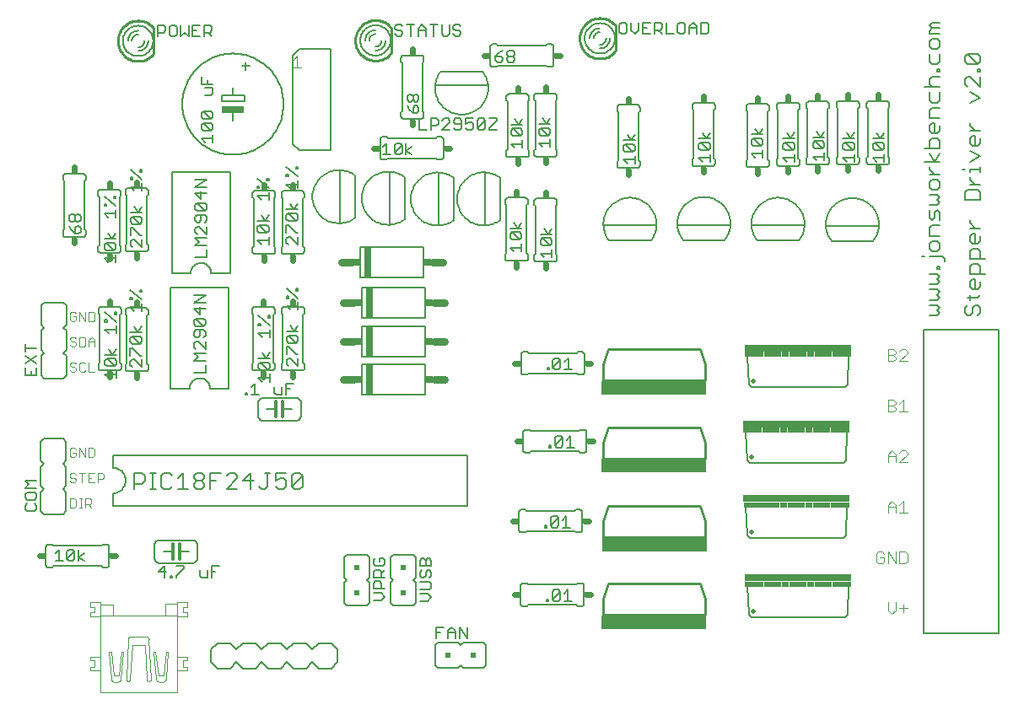
<source format=gto>
G75*
G70*
%OFA0B0*%
%FSLAX24Y24*%
%IPPOS*%
%LPD*%
%AMOC8*
5,1,8,0,0,1.08239X$1,22.5*
%
%ADD10C,0.0050*%
%ADD11C,0.0060*%
%ADD12C,0.0120*%
%ADD13C,0.0040*%
%ADD14C,0.0100*%
%ADD15R,0.4160X0.0560*%
%ADD16C,0.0200*%
%ADD17R,0.4200X0.0300*%
%ADD18R,0.0750X0.0200*%
%ADD19R,0.0300X0.0200*%
%ADD20R,0.0700X0.0200*%
%ADD21C,0.0240*%
%ADD22R,0.0240X0.0100*%
%ADD23R,0.0100X0.0240*%
%ADD24R,0.0900X0.0250*%
%ADD25R,0.0240X0.0240*%
%ADD26C,0.0070*%
%ADD27R,0.0300X0.1200*%
%ADD28C,0.0300*%
%ADD29R,0.0300X0.0300*%
%ADD30C,0.0030*%
D10*
X005696Y004904D02*
X005996Y004904D01*
X006156Y004754D02*
X006231Y004754D01*
X006231Y004679D01*
X006156Y004679D01*
X006156Y004754D01*
X006386Y004754D02*
X006687Y005054D01*
X006687Y005129D01*
X006386Y005129D01*
X006386Y004754D02*
X006386Y004679D01*
X005921Y004679D02*
X005921Y005129D01*
X005696Y004904D01*
X007307Y004979D02*
X007307Y004754D01*
X007382Y004679D01*
X007607Y004679D01*
X007607Y004979D01*
X007767Y004904D02*
X007917Y004904D01*
X007767Y005129D02*
X008068Y005129D01*
X007767Y005129D02*
X007767Y004679D01*
X008001Y002084D02*
X008501Y002084D01*
X008751Y001834D01*
X009001Y002084D01*
X009501Y002084D01*
X009751Y001834D01*
X010001Y002084D01*
X010501Y002084D01*
X010751Y001834D01*
X011001Y002084D01*
X011501Y002084D01*
X011751Y001834D01*
X012001Y002084D01*
X012501Y002084D01*
X012751Y001834D01*
X012751Y001334D01*
X012501Y001084D01*
X012001Y001084D01*
X011751Y001334D01*
X011501Y001084D01*
X011001Y001084D01*
X010751Y001334D01*
X010501Y001084D01*
X010001Y001084D01*
X009751Y001334D01*
X009501Y001084D01*
X009001Y001084D01*
X008751Y001334D01*
X008501Y001084D01*
X008001Y001084D01*
X007751Y001334D01*
X007751Y001834D01*
X008001Y002084D01*
X002749Y005341D02*
X002524Y005491D01*
X002749Y005641D01*
X002524Y005792D02*
X002524Y005341D01*
X002363Y005416D02*
X002363Y005717D01*
X002063Y005416D01*
X002138Y005341D01*
X002288Y005341D01*
X002363Y005416D01*
X002063Y005416D02*
X002063Y005717D01*
X002138Y005792D01*
X002288Y005792D01*
X002363Y005717D01*
X001903Y005341D02*
X001603Y005341D01*
X001753Y005341D02*
X001753Y005792D01*
X001603Y005641D01*
X001906Y007174D02*
X001156Y007174D01*
X001031Y007299D01*
X001031Y008049D01*
X001156Y008174D01*
X001031Y008299D01*
X001031Y009049D01*
X001156Y009174D01*
X001031Y009299D01*
X001031Y009424D01*
X001031Y010049D01*
X001156Y010174D01*
X001906Y010174D01*
X002031Y010049D01*
X002031Y009299D01*
X001906Y009174D01*
X002031Y009049D01*
X002031Y008299D01*
X001906Y008174D01*
X002031Y008049D01*
X002031Y007299D01*
X001906Y007174D01*
X000856Y007374D02*
X000856Y007524D01*
X000781Y007599D01*
X000781Y007759D02*
X000856Y007834D01*
X000856Y007984D01*
X000781Y008059D01*
X000480Y008059D01*
X000405Y007984D01*
X000405Y007834D01*
X000480Y007759D01*
X000781Y007759D01*
X000480Y007599D02*
X000405Y007524D01*
X000405Y007374D01*
X000480Y007299D01*
X000781Y007299D01*
X000856Y007374D01*
X000856Y008219D02*
X000405Y008219D01*
X000556Y008369D01*
X000405Y008520D01*
X000856Y008520D01*
X001166Y012554D02*
X001041Y012679D01*
X001041Y013429D01*
X001166Y013554D01*
X001041Y013679D01*
X001041Y014429D01*
X001166Y014554D01*
X001041Y014679D01*
X001041Y015429D01*
X001166Y015554D01*
X001916Y015554D01*
X002041Y015429D01*
X002041Y014679D01*
X001916Y014554D01*
X002041Y014429D01*
X002041Y013679D01*
X001916Y013554D01*
X002041Y013429D01*
X002041Y012679D01*
X001916Y012554D01*
X001166Y012554D01*
X000866Y012679D02*
X000415Y012679D01*
X000415Y012979D01*
X000415Y013139D02*
X000866Y013439D01*
X000866Y013139D02*
X000415Y013439D01*
X000415Y013599D02*
X000415Y013900D01*
X000415Y013749D02*
X000866Y013749D01*
X000866Y012979D02*
X000866Y012679D01*
X000641Y012679D02*
X000641Y012829D01*
X003565Y012716D02*
X003716Y012566D01*
X003565Y012716D02*
X004016Y012716D01*
X004016Y012566D02*
X004016Y012867D01*
X003941Y013027D02*
X003640Y013327D01*
X003941Y013327D01*
X004016Y013252D01*
X004016Y013102D01*
X003941Y013027D01*
X003640Y013027D01*
X003565Y013102D01*
X003565Y013252D01*
X003640Y013327D01*
X003565Y013487D02*
X004016Y013487D01*
X003866Y013487D02*
X004016Y013712D01*
X003866Y013487D02*
X003716Y013712D01*
X004565Y013759D02*
X004565Y013459D01*
X004640Y013299D02*
X004565Y013224D01*
X004565Y013074D01*
X004640Y012999D01*
X004640Y013299D02*
X004716Y013299D01*
X005016Y012999D01*
X005016Y013299D01*
X005016Y013459D02*
X004941Y013459D01*
X004640Y013759D01*
X004565Y013759D01*
X004640Y013919D02*
X004565Y013994D01*
X004565Y014144D01*
X004640Y014220D01*
X004941Y013919D01*
X005016Y013994D01*
X005016Y014144D01*
X004941Y014220D01*
X004640Y014220D01*
X004565Y014380D02*
X005016Y014380D01*
X004866Y014380D02*
X004716Y014605D01*
X004866Y014380D02*
X005016Y014605D01*
X005016Y015224D02*
X005016Y015524D01*
X005016Y015374D02*
X004565Y015374D01*
X004716Y015224D01*
X004016Y015167D02*
X004016Y015092D01*
X003941Y015092D01*
X003941Y015167D01*
X004016Y015167D01*
X004016Y014791D02*
X003565Y015167D01*
X003565Y014866D02*
X003640Y014866D01*
X003640Y014791D01*
X003565Y014791D01*
X003565Y014866D01*
X004016Y014631D02*
X004016Y014331D01*
X004016Y014481D02*
X003565Y014481D01*
X003716Y014331D01*
X004640Y013919D02*
X004941Y013919D01*
X007089Y013930D02*
X007089Y013780D01*
X007164Y013705D01*
X007089Y013544D02*
X007239Y013394D01*
X007089Y013244D01*
X007539Y013244D01*
X007539Y013084D02*
X007539Y012784D01*
X007089Y012784D01*
X007089Y013544D02*
X007539Y013544D01*
X007539Y013705D02*
X007239Y014005D01*
X007164Y014005D01*
X007089Y013930D01*
X007164Y014165D02*
X007089Y014240D01*
X007089Y014390D01*
X007164Y014465D01*
X007464Y014465D01*
X007539Y014390D01*
X007539Y014240D01*
X007464Y014165D01*
X007314Y014240D02*
X007314Y014465D01*
X007464Y014625D02*
X007164Y014926D01*
X007464Y014926D01*
X007539Y014850D01*
X007539Y014700D01*
X007464Y014625D01*
X007164Y014625D01*
X007089Y014700D01*
X007089Y014850D01*
X007164Y014926D01*
X007314Y015086D02*
X007314Y015386D01*
X007539Y015311D02*
X007089Y015311D01*
X007314Y015086D01*
X007539Y015546D02*
X007089Y015546D01*
X007539Y015846D01*
X007089Y015846D01*
X005016Y015984D02*
X005016Y016059D01*
X004941Y016059D01*
X004941Y015984D01*
X005016Y015984D01*
X005016Y015684D02*
X004565Y016059D01*
X004565Y015759D02*
X004640Y015759D01*
X004640Y015684D01*
X004565Y015684D01*
X004565Y015759D01*
X003989Y017146D02*
X003989Y017446D01*
X003989Y017296D02*
X003539Y017296D01*
X003689Y017146D01*
X003614Y017606D02*
X003539Y017681D01*
X003539Y017831D01*
X003614Y017907D01*
X003914Y017606D01*
X003989Y017681D01*
X003989Y017831D01*
X003914Y017907D01*
X003614Y017907D01*
X003539Y018067D02*
X003989Y018067D01*
X003839Y018067D02*
X003689Y018292D01*
X003839Y018067D02*
X003989Y018292D01*
X004569Y018199D02*
X004569Y018499D01*
X004644Y018499D01*
X004944Y018199D01*
X005019Y018199D01*
X005019Y018039D02*
X005019Y017738D01*
X004719Y018039D01*
X004644Y018039D01*
X004569Y017963D01*
X004569Y017813D01*
X004644Y017738D01*
X003914Y017606D02*
X003614Y017606D01*
X002606Y018353D02*
X002606Y018504D01*
X002531Y018579D01*
X002456Y018579D01*
X002381Y018504D01*
X002381Y018278D01*
X002531Y018278D01*
X002606Y018353D01*
X002381Y018278D02*
X002231Y018428D01*
X002156Y018579D01*
X002231Y018739D02*
X002306Y018739D01*
X002381Y018814D01*
X002381Y018964D01*
X002456Y019039D01*
X002531Y019039D01*
X002606Y018964D01*
X002606Y018814D01*
X002531Y018739D01*
X002456Y018739D01*
X002381Y018814D01*
X002381Y018964D02*
X002306Y019039D01*
X002231Y019039D01*
X002156Y018964D01*
X002156Y018814D01*
X002231Y018739D01*
X003539Y019061D02*
X003989Y019061D01*
X003989Y018911D02*
X003989Y019211D01*
X003989Y019371D02*
X003539Y019746D01*
X003539Y019446D02*
X003614Y019446D01*
X003614Y019371D01*
X003539Y019371D01*
X003539Y019446D01*
X003539Y019061D02*
X003689Y018911D01*
X004569Y018884D02*
X004644Y018959D01*
X004944Y018659D01*
X005019Y018734D01*
X005019Y018884D01*
X004944Y018959D01*
X004644Y018959D01*
X004569Y018884D02*
X004569Y018734D01*
X004644Y018659D01*
X004944Y018659D01*
X005019Y019119D02*
X004569Y019119D01*
X004719Y019345D02*
X004869Y019119D01*
X005019Y019345D01*
X005019Y019963D02*
X005019Y020264D01*
X005019Y020113D02*
X004569Y020113D01*
X004719Y019963D01*
X003989Y019746D02*
X003989Y019671D01*
X003914Y019671D01*
X003914Y019746D01*
X003989Y019746D01*
X004569Y020424D02*
X004644Y020424D01*
X004644Y020499D01*
X004569Y020499D01*
X004569Y020424D01*
X004569Y020799D02*
X005019Y020424D01*
X005019Y020724D02*
X005019Y020799D01*
X004944Y020799D01*
X004944Y020724D01*
X005019Y020724D01*
X007129Y020401D02*
X007579Y020401D01*
X007129Y020100D01*
X007579Y020100D01*
X007579Y019865D02*
X007129Y019865D01*
X007354Y019640D01*
X007354Y019940D01*
X007504Y019480D02*
X007579Y019405D01*
X007579Y019255D01*
X007504Y019180D01*
X007204Y019480D01*
X007504Y019480D01*
X007504Y019180D02*
X007204Y019180D01*
X007129Y019255D01*
X007129Y019405D01*
X007204Y019480D01*
X007204Y019020D02*
X007129Y018945D01*
X007129Y018794D01*
X007204Y018719D01*
X007279Y018719D01*
X007354Y018794D01*
X007354Y019020D01*
X007504Y019020D02*
X007204Y019020D01*
X007504Y019020D02*
X007579Y018945D01*
X007579Y018794D01*
X007504Y018719D01*
X007579Y018559D02*
X007579Y018259D01*
X007279Y018559D01*
X007204Y018559D01*
X007129Y018484D01*
X007129Y018334D01*
X007204Y018259D01*
X007129Y018099D02*
X007579Y018099D01*
X007579Y017799D02*
X007129Y017799D01*
X007279Y017949D01*
X007129Y018099D01*
X007579Y017639D02*
X007579Y017338D01*
X007129Y017338D01*
X009589Y017998D02*
X009739Y017848D01*
X009589Y017998D02*
X010039Y017998D01*
X010039Y017848D02*
X010039Y018149D01*
X009964Y018309D02*
X009664Y018309D01*
X009589Y018384D01*
X009589Y018534D01*
X009664Y018609D01*
X009964Y018309D01*
X010039Y018384D01*
X010039Y018534D01*
X009964Y018609D01*
X009664Y018609D01*
X009589Y018769D02*
X010039Y018769D01*
X009889Y018769D02*
X009739Y018994D01*
X009889Y018769D02*
X010039Y018994D01*
X010039Y019613D02*
X010039Y019913D01*
X010039Y019763D02*
X009589Y019763D01*
X009739Y019613D01*
X009664Y020073D02*
X009589Y020073D01*
X009589Y020148D01*
X009664Y020148D01*
X009664Y020073D01*
X010039Y020073D02*
X009589Y020449D01*
X009964Y020449D02*
X010039Y020449D01*
X010039Y020374D01*
X009964Y020374D01*
X009964Y020449D01*
X010729Y020534D02*
X010804Y020534D01*
X010804Y020609D01*
X010729Y020609D01*
X010729Y020534D01*
X010729Y020223D02*
X011179Y020223D01*
X011179Y020073D02*
X011179Y020374D01*
X011179Y020534D02*
X010729Y020909D01*
X011104Y020909D02*
X011104Y020834D01*
X011179Y020834D01*
X011179Y020909D01*
X011104Y020909D01*
X011241Y021564D02*
X010991Y021814D01*
X010991Y025314D01*
X011241Y025564D01*
X012491Y025564D01*
X012491Y021564D01*
X011241Y021564D01*
X012861Y020782D02*
X012861Y020286D01*
X012861Y020181D01*
X012861Y019286D01*
X012861Y019181D01*
X012861Y018685D01*
X013461Y018909D02*
X013461Y020558D01*
X013461Y020559D02*
X013411Y020596D01*
X013359Y020630D01*
X013305Y020661D01*
X013249Y020688D01*
X014541Y021399D02*
X014842Y021399D01*
X014691Y021399D02*
X014691Y021849D01*
X014541Y021699D01*
X015002Y021774D02*
X015077Y021849D01*
X015227Y021849D01*
X015302Y021774D01*
X015002Y021474D01*
X015077Y021399D01*
X015227Y021399D01*
X015302Y021474D01*
X015302Y021774D01*
X015462Y021849D02*
X015462Y021399D01*
X015462Y021549D02*
X015687Y021399D01*
X015462Y021549D02*
X015687Y021699D01*
X015002Y021774D02*
X015002Y021474D01*
X014811Y020722D02*
X014811Y020226D01*
X014811Y020121D01*
X014811Y019226D01*
X014811Y019121D01*
X014811Y018625D01*
X015411Y018849D02*
X015411Y020498D01*
X015411Y020499D02*
X015361Y020536D01*
X015309Y020570D01*
X015255Y020601D01*
X015199Y020628D01*
X014811Y020723D02*
X014747Y020724D01*
X014683Y020721D01*
X014619Y020714D01*
X014556Y020704D01*
X014494Y020689D01*
X014433Y020671D01*
X014372Y020649D01*
X014314Y020624D01*
X014811Y020723D02*
X014870Y020718D01*
X014928Y020711D01*
X014986Y020700D01*
X015043Y020685D01*
X015099Y020668D01*
X015154Y020648D01*
X015208Y020624D01*
X014811Y018625D02*
X014747Y018624D01*
X014683Y018627D01*
X014619Y018634D01*
X014556Y018644D01*
X014494Y018659D01*
X014433Y018677D01*
X014372Y018699D01*
X014314Y018724D01*
X015208Y018723D02*
X015262Y018750D01*
X015313Y018780D01*
X015363Y018813D01*
X015411Y018848D01*
X015208Y018724D02*
X015154Y018700D01*
X015099Y018680D01*
X015043Y018663D01*
X014986Y018648D01*
X014928Y018637D01*
X014870Y018630D01*
X014811Y018625D01*
X014314Y018724D02*
X014257Y018753D01*
X014201Y018786D01*
X014148Y018821D01*
X014097Y018861D01*
X014049Y018903D01*
X014003Y018948D01*
X013960Y018995D01*
X013920Y019045D01*
X013883Y019098D01*
X013850Y019153D01*
X013819Y019209D01*
X013793Y019268D01*
X013770Y019328D01*
X013750Y019389D01*
X013735Y019451D01*
X013723Y019514D01*
X013715Y019578D01*
X013711Y019642D01*
X013711Y019706D01*
X013715Y019770D01*
X013723Y019834D01*
X013735Y019897D01*
X013750Y019959D01*
X013770Y020020D01*
X013793Y020080D01*
X013819Y020139D01*
X013850Y020195D01*
X013883Y020250D01*
X013920Y020303D01*
X013960Y020353D01*
X014003Y020400D01*
X014049Y020445D01*
X014097Y020487D01*
X014148Y020527D01*
X014201Y020562D01*
X014257Y020595D01*
X014314Y020624D01*
X012861Y020783D02*
X012797Y020784D01*
X012733Y020781D01*
X012669Y020774D01*
X012606Y020764D01*
X012544Y020749D01*
X012483Y020731D01*
X012422Y020709D01*
X012364Y020684D01*
X012861Y020783D02*
X012920Y020778D01*
X012978Y020771D01*
X013036Y020760D01*
X013093Y020745D01*
X013149Y020728D01*
X013204Y020708D01*
X013258Y020684D01*
X012861Y018685D02*
X012797Y018684D01*
X012733Y018687D01*
X012669Y018694D01*
X012606Y018704D01*
X012544Y018719D01*
X012483Y018737D01*
X012422Y018759D01*
X012364Y018784D01*
X013258Y018783D02*
X013312Y018810D01*
X013363Y018840D01*
X013413Y018873D01*
X013461Y018908D01*
X013258Y018784D02*
X013204Y018760D01*
X013149Y018740D01*
X013093Y018723D01*
X013036Y018708D01*
X012978Y018697D01*
X012920Y018690D01*
X012861Y018685D01*
X012364Y018784D02*
X012307Y018813D01*
X012251Y018846D01*
X012198Y018881D01*
X012147Y018921D01*
X012099Y018963D01*
X012053Y019008D01*
X012010Y019055D01*
X011970Y019105D01*
X011933Y019158D01*
X011900Y019213D01*
X011869Y019269D01*
X011843Y019328D01*
X011820Y019388D01*
X011800Y019449D01*
X011785Y019511D01*
X011773Y019574D01*
X011765Y019638D01*
X011761Y019702D01*
X011761Y019766D01*
X011765Y019830D01*
X011773Y019894D01*
X011785Y019957D01*
X011800Y020019D01*
X011820Y020080D01*
X011843Y020140D01*
X011869Y020199D01*
X011900Y020255D01*
X011933Y020310D01*
X011970Y020363D01*
X012010Y020413D01*
X012053Y020460D01*
X012099Y020505D01*
X012147Y020547D01*
X012198Y020587D01*
X012251Y020622D01*
X012307Y020655D01*
X012364Y020684D01*
X010879Y020073D02*
X010729Y020223D01*
X010879Y019455D02*
X011029Y019229D01*
X011179Y019455D01*
X011179Y019229D02*
X010729Y019229D01*
X010804Y019069D02*
X011104Y018769D01*
X011179Y018844D01*
X011179Y018994D01*
X011104Y019069D01*
X010804Y019069D01*
X010729Y018994D01*
X010729Y018844D01*
X010804Y018769D01*
X011104Y018769D01*
X010804Y018609D02*
X011104Y018309D01*
X011179Y018309D01*
X011179Y018149D02*
X011179Y017848D01*
X010879Y018149D01*
X010804Y018149D01*
X010729Y018073D01*
X010729Y017923D01*
X010804Y017848D01*
X010729Y018309D02*
X010729Y018609D01*
X010804Y018609D01*
X010742Y016099D02*
X011193Y015724D01*
X011193Y015564D02*
X011193Y015264D01*
X011193Y015414D02*
X010742Y015414D01*
X010893Y015264D01*
X010817Y015724D02*
X010742Y015724D01*
X010742Y015799D01*
X010817Y015799D01*
X010817Y015724D01*
X011118Y016024D02*
X011118Y016099D01*
X011193Y016099D01*
X011193Y016024D01*
X011118Y016024D01*
X010076Y015027D02*
X010076Y014952D01*
X010001Y014952D01*
X010001Y015027D01*
X010076Y015027D01*
X010076Y014651D02*
X009625Y015027D01*
X009625Y014726D02*
X009700Y014726D01*
X009700Y014651D01*
X009625Y014651D01*
X009625Y014726D01*
X009625Y014341D02*
X010076Y014341D01*
X010076Y014191D02*
X010076Y014491D01*
X009776Y014191D02*
X009625Y014341D01*
X009776Y013572D02*
X009926Y013347D01*
X010076Y013572D01*
X010076Y013347D02*
X009625Y013347D01*
X009700Y013187D02*
X010001Y012887D01*
X010076Y012962D01*
X010076Y013112D01*
X010001Y013187D01*
X009700Y013187D01*
X009625Y013112D01*
X009625Y012962D01*
X009700Y012887D01*
X010001Y012887D01*
X010076Y012727D02*
X010076Y012426D01*
X010076Y012576D02*
X009625Y012576D01*
X009776Y012426D01*
X009494Y012359D02*
X009494Y011909D01*
X009344Y011909D02*
X009644Y011909D01*
X009344Y012209D02*
X009494Y012359D01*
X009189Y011984D02*
X009189Y011909D01*
X009114Y011909D01*
X009114Y011984D01*
X009189Y011984D01*
X010265Y011984D02*
X010340Y011909D01*
X010565Y011909D01*
X010565Y012209D01*
X010725Y012134D02*
X010875Y012134D01*
X010725Y012359D02*
X011026Y012359D01*
X010725Y012359D02*
X010725Y011909D01*
X010265Y011984D02*
X010265Y012209D01*
X010817Y013039D02*
X010742Y013114D01*
X010742Y013264D01*
X010817Y013339D01*
X010893Y013339D01*
X011193Y013039D01*
X011193Y013339D01*
X011193Y013499D02*
X011118Y013499D01*
X010817Y013799D01*
X010742Y013799D01*
X010742Y013499D01*
X010817Y013959D02*
X010742Y014035D01*
X010742Y014185D01*
X010817Y014260D01*
X011118Y013959D01*
X011193Y014035D01*
X011193Y014185D01*
X011118Y014260D01*
X010817Y014260D01*
X010742Y014420D02*
X011193Y014420D01*
X011043Y014420D02*
X010893Y014645D01*
X011043Y014420D02*
X011193Y014645D01*
X011118Y013959D02*
X010817Y013959D01*
X007539Y014005D02*
X007539Y013705D01*
X007239Y014165D02*
X007314Y014240D01*
X007239Y014165D02*
X007164Y014165D01*
X016751Y018595D02*
X016751Y019091D01*
X016751Y019196D01*
X016751Y020091D01*
X016751Y020196D01*
X016751Y020692D01*
X017351Y020468D02*
X017351Y018819D01*
X017351Y018818D02*
X017303Y018783D01*
X017253Y018750D01*
X017202Y018720D01*
X017148Y018693D01*
X018586Y018598D02*
X018586Y019094D01*
X018586Y019200D01*
X018586Y020094D01*
X018586Y020200D01*
X018586Y020696D01*
X019186Y020472D02*
X019186Y018822D01*
X019575Y018489D02*
X020026Y018489D01*
X019876Y018489D02*
X019726Y018714D01*
X019876Y018489D02*
X020026Y018714D01*
X019951Y018329D02*
X019650Y018329D01*
X019951Y018029D01*
X020026Y018104D01*
X020026Y018254D01*
X019951Y018329D01*
X019951Y018029D02*
X019650Y018029D01*
X019575Y018104D01*
X019575Y018254D01*
X019650Y018329D01*
X020026Y017869D02*
X020026Y017569D01*
X020026Y017719D02*
X019575Y017719D01*
X019726Y017569D01*
X020775Y017484D02*
X021226Y017484D01*
X021226Y017334D02*
X021226Y017634D01*
X021151Y017795D02*
X020850Y018095D01*
X021151Y018095D01*
X021226Y018020D01*
X021226Y017870D01*
X021151Y017795D01*
X020850Y017795D01*
X020775Y017870D01*
X020775Y018020D01*
X020850Y018095D01*
X020775Y018255D02*
X021226Y018255D01*
X021076Y018255D02*
X020926Y018480D01*
X021076Y018255D02*
X021226Y018480D01*
X020775Y017484D02*
X020926Y017334D01*
X023262Y018594D02*
X023758Y018594D01*
X023864Y018594D01*
X024758Y018594D01*
X024864Y018594D01*
X025360Y018594D01*
X025136Y017994D02*
X023486Y017994D01*
X023451Y018042D01*
X023418Y018092D01*
X023388Y018143D01*
X023361Y018197D01*
X025360Y018594D02*
X025361Y018658D01*
X025358Y018722D01*
X025351Y018786D01*
X025341Y018849D01*
X025326Y018911D01*
X025308Y018972D01*
X025286Y019033D01*
X025261Y019091D01*
X025265Y018206D02*
X025238Y018150D01*
X025207Y018096D01*
X025173Y018044D01*
X025136Y017994D01*
X023262Y018594D02*
X023261Y018658D01*
X023264Y018722D01*
X023271Y018786D01*
X023281Y018849D01*
X023296Y018911D01*
X023314Y018972D01*
X023336Y019033D01*
X023361Y019091D01*
X025360Y018594D02*
X025355Y018535D01*
X025348Y018477D01*
X025337Y018419D01*
X025322Y018362D01*
X025305Y018306D01*
X025285Y018251D01*
X025261Y018197D01*
X023361Y018197D02*
X023337Y018251D01*
X023317Y018306D01*
X023300Y018362D01*
X023285Y018419D01*
X023274Y018477D01*
X023267Y018535D01*
X023262Y018594D01*
X023361Y019091D02*
X023390Y019148D01*
X023423Y019204D01*
X023458Y019257D01*
X023498Y019308D01*
X023540Y019356D01*
X023585Y019402D01*
X023632Y019445D01*
X023682Y019485D01*
X023735Y019522D01*
X023790Y019555D01*
X023846Y019586D01*
X023905Y019612D01*
X023965Y019635D01*
X024026Y019655D01*
X024088Y019670D01*
X024151Y019682D01*
X024215Y019690D01*
X024279Y019694D01*
X024343Y019694D01*
X024407Y019690D01*
X024471Y019682D01*
X024534Y019670D01*
X024596Y019655D01*
X024657Y019635D01*
X024717Y019612D01*
X024776Y019586D01*
X024832Y019555D01*
X024887Y019522D01*
X024940Y019485D01*
X024990Y019445D01*
X025037Y019402D01*
X025082Y019356D01*
X025124Y019308D01*
X025164Y019257D01*
X025199Y019204D01*
X025232Y019148D01*
X025261Y019091D01*
X026182Y018624D02*
X026678Y018624D01*
X026784Y018624D01*
X027678Y018624D01*
X027784Y018624D01*
X028280Y018624D01*
X028056Y018024D02*
X026406Y018024D01*
X026371Y018072D01*
X026338Y018122D01*
X026308Y018173D01*
X026281Y018227D01*
X028280Y018624D02*
X028281Y018688D01*
X028278Y018752D01*
X028271Y018816D01*
X028261Y018879D01*
X028246Y018941D01*
X028228Y019002D01*
X028206Y019063D01*
X028181Y019121D01*
X029112Y018594D02*
X029608Y018594D01*
X029714Y018594D01*
X030608Y018594D01*
X030714Y018594D01*
X031210Y018594D01*
X030986Y017994D02*
X029336Y017994D01*
X029301Y018042D01*
X029268Y018092D01*
X029238Y018143D01*
X029211Y018197D01*
X031210Y018594D02*
X031211Y018658D01*
X031208Y018722D01*
X031201Y018786D01*
X031191Y018849D01*
X031176Y018911D01*
X031158Y018972D01*
X031136Y019033D01*
X031111Y019091D01*
X031115Y018206D02*
X031088Y018150D01*
X031057Y018096D01*
X031023Y018044D01*
X030986Y017994D01*
X029112Y018594D02*
X029111Y018658D01*
X029114Y018722D01*
X029121Y018786D01*
X029131Y018849D01*
X029146Y018911D01*
X029164Y018972D01*
X029186Y019033D01*
X029211Y019091D01*
X031210Y018594D02*
X031205Y018535D01*
X031198Y018477D01*
X031187Y018419D01*
X031172Y018362D01*
X031155Y018306D01*
X031135Y018251D01*
X031111Y018197D01*
X032052Y018584D02*
X032548Y018584D01*
X032654Y018584D01*
X033548Y018584D01*
X033654Y018584D01*
X034150Y018584D01*
X033926Y017984D02*
X032276Y017984D01*
X032241Y018032D01*
X032208Y018082D01*
X032178Y018133D01*
X032151Y018187D01*
X034150Y018584D02*
X034151Y018648D01*
X034148Y018712D01*
X034141Y018776D01*
X034131Y018839D01*
X034116Y018901D01*
X034098Y018962D01*
X034076Y019023D01*
X034051Y019081D01*
X034055Y018196D02*
X034028Y018140D01*
X033997Y018086D01*
X033963Y018034D01*
X033926Y017984D01*
X032052Y018584D02*
X032051Y018648D01*
X032054Y018712D01*
X032061Y018776D01*
X032071Y018839D01*
X032086Y018901D01*
X032104Y018962D01*
X032126Y019023D01*
X032151Y019081D01*
X034150Y018584D02*
X034145Y018525D01*
X034138Y018467D01*
X034127Y018409D01*
X034112Y018352D01*
X034095Y018296D01*
X034075Y018241D01*
X034051Y018187D01*
X032151Y018187D02*
X032127Y018241D01*
X032107Y018296D01*
X032090Y018352D01*
X032075Y018409D01*
X032064Y018467D01*
X032057Y018525D01*
X032052Y018584D01*
X032151Y019081D02*
X032180Y019138D01*
X032213Y019194D01*
X032248Y019247D01*
X032288Y019298D01*
X032330Y019346D01*
X032375Y019392D01*
X032422Y019435D01*
X032472Y019475D01*
X032525Y019512D01*
X032580Y019545D01*
X032636Y019576D01*
X032695Y019602D01*
X032755Y019625D01*
X032816Y019645D01*
X032878Y019660D01*
X032941Y019672D01*
X033005Y019680D01*
X033069Y019684D01*
X033133Y019684D01*
X033197Y019680D01*
X033261Y019672D01*
X033324Y019660D01*
X033386Y019645D01*
X033447Y019625D01*
X033507Y019602D01*
X033566Y019576D01*
X033622Y019545D01*
X033677Y019512D01*
X033730Y019475D01*
X033780Y019435D01*
X033827Y019392D01*
X033872Y019346D01*
X033914Y019298D01*
X033954Y019247D01*
X033989Y019194D01*
X034022Y019138D01*
X034051Y019081D01*
X036139Y019203D02*
X036139Y018898D01*
X036241Y018796D01*
X036342Y018898D01*
X036342Y019101D01*
X036444Y019203D01*
X036546Y019101D01*
X036546Y018796D01*
X036546Y018595D02*
X036241Y018595D01*
X036139Y018494D01*
X036139Y018188D01*
X036546Y018188D01*
X036444Y017988D02*
X036241Y017988D01*
X036139Y017886D01*
X036139Y017682D01*
X036241Y017581D01*
X036444Y017581D01*
X036546Y017682D01*
X036546Y017886D01*
X036444Y017988D01*
X036648Y017379D02*
X036139Y017379D01*
X035935Y017379D02*
X035834Y017379D01*
X036444Y016974D02*
X036546Y016974D01*
X036546Y016872D01*
X036444Y016872D01*
X036444Y016974D01*
X036444Y016671D02*
X036139Y016671D01*
X036444Y016671D02*
X036546Y016569D01*
X036444Y016468D01*
X036546Y016366D01*
X036444Y016264D01*
X036139Y016264D01*
X036139Y016063D02*
X036444Y016063D01*
X036546Y015962D01*
X036444Y015860D01*
X036546Y015758D01*
X036444Y015656D01*
X036139Y015656D01*
X036139Y015456D02*
X036444Y015456D01*
X036546Y015354D01*
X036444Y015252D01*
X036546Y015150D01*
X036444Y015049D01*
X036139Y015049D01*
X035905Y014464D02*
X035905Y002464D01*
X038897Y002464D01*
X038897Y014464D01*
X035905Y014464D01*
X037545Y015150D02*
X037647Y015049D01*
X037749Y015049D01*
X037851Y015150D01*
X037851Y015354D01*
X037952Y015456D01*
X038054Y015456D01*
X038156Y015354D01*
X038156Y015150D01*
X038054Y015049D01*
X037545Y015150D02*
X037545Y015354D01*
X037647Y015456D01*
X037749Y015656D02*
X037749Y015860D01*
X037647Y015758D02*
X038054Y015758D01*
X038156Y015860D01*
X038054Y016061D02*
X037851Y016061D01*
X037749Y016163D01*
X037749Y016367D01*
X037851Y016468D01*
X037952Y016468D01*
X037952Y016061D01*
X038054Y016061D02*
X038156Y016163D01*
X038156Y016367D01*
X038156Y016669D02*
X038156Y016974D01*
X038054Y017076D01*
X037851Y017076D01*
X037749Y016974D01*
X037749Y016669D01*
X038359Y016669D01*
X038359Y017277D02*
X037749Y017277D01*
X037749Y017582D01*
X037851Y017684D01*
X038054Y017684D01*
X038156Y017582D01*
X038156Y017277D01*
X038054Y017885D02*
X037851Y017885D01*
X037749Y017986D01*
X037749Y018190D01*
X037851Y018292D01*
X037952Y018292D01*
X037952Y017885D01*
X038054Y017885D02*
X038156Y017986D01*
X038156Y018190D01*
X038156Y018492D02*
X037749Y018492D01*
X037952Y018492D02*
X037749Y018696D01*
X037749Y018798D01*
X037545Y019606D02*
X037545Y019912D01*
X037647Y020013D01*
X038054Y020013D01*
X038156Y019912D01*
X038156Y019606D01*
X037545Y019606D01*
X037749Y020214D02*
X038156Y020214D01*
X037952Y020214D02*
X037749Y020418D01*
X037749Y020519D01*
X037749Y020721D02*
X037749Y020822D01*
X038156Y020822D01*
X038156Y020721D02*
X038156Y020924D01*
X038156Y021329D02*
X037749Y021533D01*
X037851Y021733D02*
X037749Y021835D01*
X037749Y022039D01*
X037851Y022140D01*
X037952Y022140D01*
X037952Y021733D01*
X037851Y021733D02*
X038054Y021733D01*
X038156Y021835D01*
X038156Y022039D01*
X038156Y022341D02*
X037749Y022341D01*
X037952Y022341D02*
X037749Y022545D01*
X037749Y022646D01*
X037749Y023455D02*
X038156Y023659D01*
X037749Y023862D01*
X037647Y024063D02*
X037545Y024165D01*
X037545Y024368D01*
X037647Y024470D01*
X037749Y024470D01*
X038156Y024063D01*
X038156Y024470D01*
X038156Y024671D02*
X038156Y024772D01*
X038054Y024772D01*
X038054Y024671D01*
X038156Y024671D01*
X038054Y024975D02*
X037647Y024975D01*
X037545Y025076D01*
X037545Y025280D01*
X037647Y025382D01*
X038054Y024975D01*
X038156Y025076D01*
X038156Y025280D01*
X038054Y025382D01*
X037647Y025382D01*
X036546Y025382D02*
X036546Y025076D01*
X036444Y024975D01*
X036241Y024975D01*
X036139Y025076D01*
X036139Y025382D01*
X036241Y025582D02*
X036444Y025582D01*
X036546Y025684D01*
X036546Y025888D01*
X036444Y025989D01*
X036241Y025989D01*
X036139Y025888D01*
X036139Y025684D01*
X036241Y025582D01*
X036444Y024772D02*
X036546Y024772D01*
X036546Y024671D01*
X036444Y024671D01*
X036444Y024772D01*
X036546Y024470D02*
X036241Y024470D01*
X036139Y024368D01*
X036139Y024165D01*
X036241Y024063D01*
X036139Y023862D02*
X036139Y023557D01*
X036241Y023455D01*
X036444Y023455D01*
X036546Y023557D01*
X036546Y023862D01*
X036546Y024063D02*
X035935Y024063D01*
X036241Y023255D02*
X036546Y023255D01*
X036241Y023255D02*
X036139Y023153D01*
X036139Y022848D01*
X036546Y022848D01*
X036342Y022647D02*
X036342Y022240D01*
X036241Y022240D02*
X036139Y022342D01*
X036139Y022545D01*
X036241Y022647D01*
X036342Y022647D01*
X036546Y022545D02*
X036546Y022342D01*
X036444Y022240D01*
X036241Y022240D01*
X036241Y022039D02*
X036139Y021937D01*
X036139Y021632D01*
X036139Y021431D02*
X036342Y021126D01*
X036546Y021431D01*
X036546Y021632D02*
X036546Y021937D01*
X036444Y022039D01*
X036241Y022039D01*
X036546Y021632D02*
X035935Y021632D01*
X035935Y021126D02*
X036546Y021126D01*
X036139Y020925D02*
X036139Y020823D01*
X036342Y020619D01*
X036139Y020619D02*
X036546Y020619D01*
X036444Y020419D02*
X036241Y020419D01*
X036139Y020317D01*
X036139Y020113D01*
X036241Y020012D01*
X036444Y020012D01*
X036546Y020113D01*
X036546Y020317D01*
X036444Y020419D01*
X036444Y019811D02*
X036139Y019811D01*
X036444Y019811D02*
X036546Y019709D01*
X036444Y019607D01*
X036546Y019506D01*
X036444Y019404D01*
X036139Y019404D01*
X037444Y020822D02*
X037545Y020822D01*
X037749Y021126D02*
X038156Y021329D01*
X034366Y021264D02*
X033915Y021264D01*
X034066Y021114D01*
X034366Y021114D02*
X034366Y021414D01*
X034291Y021575D02*
X033990Y021575D01*
X033915Y021650D01*
X033915Y021800D01*
X033990Y021875D01*
X034291Y021575D01*
X034366Y021650D01*
X034366Y021800D01*
X034291Y021875D01*
X033990Y021875D01*
X033915Y022035D02*
X034366Y022035D01*
X034216Y022035D02*
X034066Y022260D01*
X034216Y022035D02*
X034366Y022260D01*
X033176Y022270D02*
X033026Y022045D01*
X032876Y022270D01*
X032725Y022045D02*
X033176Y022045D01*
X033101Y021885D02*
X032800Y021885D01*
X033101Y021585D01*
X033176Y021660D01*
X033176Y021810D01*
X033101Y021885D01*
X033101Y021585D02*
X032800Y021585D01*
X032725Y021660D01*
X032725Y021810D01*
X032800Y021885D01*
X033176Y021424D02*
X033176Y021124D01*
X033176Y021274D02*
X032725Y021274D01*
X032876Y021124D01*
X031984Y021169D02*
X031984Y021469D01*
X031984Y021319D02*
X031534Y021319D01*
X031684Y021169D01*
X031609Y021629D02*
X031534Y021704D01*
X031534Y021854D01*
X031609Y021929D01*
X031909Y021629D01*
X031984Y021704D01*
X031984Y021854D01*
X031909Y021929D01*
X031609Y021929D01*
X031534Y022089D02*
X031984Y022089D01*
X031834Y022089D02*
X031684Y022315D01*
X031834Y022089D02*
X031984Y022315D01*
X031909Y021629D02*
X031609Y021629D01*
X030816Y021660D02*
X030741Y021585D01*
X030440Y021885D01*
X030741Y021885D01*
X030816Y021810D01*
X030816Y021660D01*
X030741Y021585D02*
X030440Y021585D01*
X030365Y021660D01*
X030365Y021810D01*
X030440Y021885D01*
X030365Y022045D02*
X030816Y022045D01*
X030666Y022045D02*
X030516Y022270D01*
X030666Y022045D02*
X030816Y022270D01*
X030816Y021424D02*
X030816Y021124D01*
X030816Y021274D02*
X030365Y021274D01*
X030516Y021124D01*
X029556Y021279D02*
X029556Y021579D01*
X029556Y021429D02*
X029105Y021429D01*
X029256Y021279D01*
X029180Y021739D02*
X029105Y021814D01*
X029105Y021964D01*
X029180Y022039D01*
X029481Y021739D01*
X029556Y021814D01*
X029556Y021964D01*
X029481Y022039D01*
X029180Y022039D01*
X029105Y022199D02*
X029556Y022199D01*
X029406Y022199D02*
X029256Y022424D01*
X029406Y022199D02*
X029556Y022424D01*
X029481Y021739D02*
X029180Y021739D01*
X027476Y021800D02*
X027476Y021650D01*
X027401Y021575D01*
X027100Y021875D01*
X027401Y021875D01*
X027476Y021800D01*
X027476Y022035D02*
X027025Y022035D01*
X027100Y021875D02*
X027025Y021800D01*
X027025Y021650D01*
X027100Y021575D01*
X027401Y021575D01*
X027476Y021414D02*
X027476Y021114D01*
X027476Y021264D02*
X027025Y021264D01*
X027176Y021114D01*
X027326Y022035D02*
X027176Y022260D01*
X027326Y022035D02*
X027476Y022260D01*
X024506Y022190D02*
X024356Y021965D01*
X024206Y022190D01*
X024055Y021965D02*
X024506Y021965D01*
X024431Y021805D02*
X024506Y021730D01*
X024506Y021580D01*
X024431Y021505D01*
X024130Y021805D01*
X024431Y021805D01*
X024431Y021505D02*
X024130Y021505D01*
X024055Y021580D01*
X024055Y021730D01*
X024130Y021805D01*
X024506Y021344D02*
X024506Y021044D01*
X024506Y021194D02*
X024055Y021194D01*
X024206Y021044D01*
X021166Y021699D02*
X021166Y021999D01*
X021166Y021849D02*
X020715Y021849D01*
X020866Y021699D01*
X020790Y022159D02*
X020715Y022234D01*
X020715Y022384D01*
X020790Y022459D01*
X021091Y022159D01*
X021166Y022234D01*
X021166Y022384D01*
X021091Y022459D01*
X020790Y022459D01*
X020715Y022619D02*
X021166Y022619D01*
X021016Y022619D02*
X020866Y022844D01*
X021016Y022619D02*
X021166Y022844D01*
X021091Y022159D02*
X020790Y022159D01*
X020066Y022204D02*
X019991Y022129D01*
X019690Y022429D01*
X019991Y022429D01*
X020066Y022354D01*
X020066Y022204D01*
X019991Y022129D02*
X019690Y022129D01*
X019615Y022204D01*
X019615Y022354D01*
X019690Y022429D01*
X019615Y022589D02*
X020066Y022589D01*
X019916Y022589D02*
X019766Y022814D01*
X019916Y022589D02*
X020066Y022814D01*
X019035Y022829D02*
X019035Y022754D01*
X018735Y022454D01*
X018735Y022379D01*
X019035Y022379D01*
X019035Y022829D02*
X018735Y022829D01*
X018575Y022754D02*
X018275Y022454D01*
X018350Y022379D01*
X018500Y022379D01*
X018575Y022454D01*
X018575Y022754D01*
X018500Y022829D01*
X018350Y022829D01*
X018275Y022754D01*
X018275Y022454D01*
X018115Y022454D02*
X018115Y022604D01*
X018040Y022679D01*
X017965Y022679D01*
X017814Y022604D01*
X017814Y022829D01*
X018115Y022829D01*
X018115Y022454D02*
X018040Y022379D01*
X017890Y022379D01*
X017814Y022454D01*
X017654Y022454D02*
X017654Y022754D01*
X017579Y022829D01*
X017429Y022829D01*
X017354Y022754D01*
X017354Y022679D01*
X017429Y022604D01*
X017654Y022604D01*
X017654Y022454D02*
X017579Y022379D01*
X017429Y022379D01*
X017354Y022454D01*
X017194Y022379D02*
X016894Y022379D01*
X017194Y022679D01*
X017194Y022754D01*
X017119Y022829D01*
X016969Y022829D01*
X016894Y022754D01*
X016734Y022754D02*
X016734Y022604D01*
X016659Y022529D01*
X016433Y022529D01*
X016433Y022379D02*
X016433Y022829D01*
X016659Y022829D01*
X016734Y022754D01*
X016273Y022379D02*
X015973Y022379D01*
X015973Y022829D01*
X015891Y023028D02*
X015741Y023028D01*
X015741Y023253D01*
X015816Y023328D01*
X015891Y023328D01*
X015966Y023253D01*
X015966Y023103D01*
X015891Y023028D01*
X015741Y023028D02*
X015590Y023178D01*
X015515Y023328D01*
X015590Y023488D02*
X015666Y023488D01*
X015741Y023563D01*
X015741Y023713D01*
X015816Y023788D01*
X015891Y023788D01*
X015966Y023713D01*
X015966Y023563D01*
X015891Y023488D01*
X015816Y023488D01*
X015741Y023563D01*
X015741Y023713D02*
X015666Y023788D01*
X015590Y023788D01*
X015515Y023713D01*
X015515Y023563D01*
X015590Y023488D01*
X018995Y025134D02*
X019070Y025059D01*
X019220Y025059D01*
X019295Y025134D01*
X019295Y025209D01*
X019220Y025284D01*
X018995Y025284D01*
X018995Y025134D01*
X018995Y025284D02*
X019145Y025434D01*
X019295Y025509D01*
X019455Y025434D02*
X019455Y025359D01*
X019530Y025284D01*
X019681Y025284D01*
X019756Y025209D01*
X019756Y025134D01*
X019681Y025059D01*
X019530Y025059D01*
X019455Y025134D01*
X019455Y025209D01*
X019530Y025284D01*
X019681Y025284D02*
X019756Y025359D01*
X019756Y025434D01*
X019681Y025509D01*
X019530Y025509D01*
X019455Y025434D01*
X017628Y026164D02*
X017553Y026089D01*
X017403Y026089D01*
X017328Y026164D01*
X017167Y026164D02*
X017167Y026539D01*
X017328Y026464D02*
X017328Y026389D01*
X017403Y026314D01*
X017553Y026314D01*
X017628Y026239D01*
X017628Y026164D01*
X017628Y026464D02*
X017553Y026539D01*
X017403Y026539D01*
X017328Y026464D01*
X017167Y026164D02*
X017092Y026089D01*
X016942Y026089D01*
X016867Y026164D01*
X016867Y026539D01*
X016707Y026539D02*
X016407Y026539D01*
X016557Y026539D02*
X016557Y026089D01*
X016247Y026089D02*
X016247Y026389D01*
X016097Y026539D01*
X015946Y026389D01*
X015946Y026089D01*
X015946Y026314D02*
X016247Y026314D01*
X015786Y026539D02*
X015486Y026539D01*
X015636Y026539D02*
X015636Y026089D01*
X015326Y026164D02*
X015251Y026089D01*
X015101Y026089D01*
X015026Y026164D01*
X015101Y026314D02*
X015026Y026389D01*
X015026Y026464D01*
X015101Y026539D01*
X015251Y026539D01*
X015326Y026464D01*
X015251Y026314D02*
X015326Y026239D01*
X015326Y026164D01*
X015251Y026314D02*
X015101Y026314D01*
X019615Y021819D02*
X020066Y021819D01*
X020066Y021669D02*
X020066Y021969D01*
X019766Y021669D02*
X019615Y021819D01*
X018974Y020601D02*
X019030Y020574D01*
X019084Y020543D01*
X019136Y020509D01*
X019186Y020472D01*
X018586Y020696D02*
X018522Y020697D01*
X018458Y020694D01*
X018394Y020687D01*
X018331Y020677D01*
X018269Y020662D01*
X018208Y020644D01*
X018147Y020622D01*
X018089Y020597D01*
X018586Y020696D02*
X018645Y020691D01*
X018703Y020684D01*
X018761Y020673D01*
X018818Y020658D01*
X018874Y020641D01*
X018929Y020621D01*
X018983Y020597D01*
X018586Y018598D02*
X018522Y018597D01*
X018458Y018600D01*
X018394Y018607D01*
X018331Y018617D01*
X018269Y018632D01*
X018208Y018650D01*
X018147Y018672D01*
X018089Y018697D01*
X018983Y018697D02*
X019037Y018724D01*
X019088Y018754D01*
X019138Y018787D01*
X019186Y018822D01*
X018983Y018697D02*
X018929Y018673D01*
X018874Y018653D01*
X018818Y018636D01*
X018761Y018621D01*
X018703Y018610D01*
X018645Y018603D01*
X018586Y018598D01*
X018089Y018697D02*
X018032Y018726D01*
X017976Y018759D01*
X017923Y018794D01*
X017872Y018834D01*
X017824Y018876D01*
X017778Y018921D01*
X017735Y018968D01*
X017695Y019018D01*
X017658Y019071D01*
X017625Y019126D01*
X017594Y019182D01*
X017568Y019241D01*
X017545Y019301D01*
X017525Y019362D01*
X017510Y019424D01*
X017498Y019487D01*
X017490Y019551D01*
X017486Y019615D01*
X017486Y019679D01*
X017490Y019743D01*
X017498Y019807D01*
X017510Y019870D01*
X017525Y019932D01*
X017545Y019993D01*
X017568Y020053D01*
X017594Y020112D01*
X017625Y020168D01*
X017658Y020223D01*
X017695Y020276D01*
X017735Y020326D01*
X017778Y020373D01*
X017824Y020418D01*
X017872Y020460D01*
X017923Y020500D01*
X017976Y020535D01*
X018032Y020568D01*
X018089Y020597D01*
X017351Y020469D02*
X017301Y020506D01*
X017249Y020540D01*
X017195Y020571D01*
X017139Y020598D01*
X016751Y020693D02*
X016687Y020694D01*
X016623Y020691D01*
X016559Y020684D01*
X016496Y020674D01*
X016434Y020659D01*
X016373Y020641D01*
X016312Y020619D01*
X016254Y020594D01*
X016751Y020693D02*
X016810Y020688D01*
X016868Y020681D01*
X016926Y020670D01*
X016983Y020655D01*
X017039Y020638D01*
X017094Y020618D01*
X017148Y020594D01*
X016751Y018595D02*
X016687Y018594D01*
X016623Y018597D01*
X016559Y018604D01*
X016496Y018614D01*
X016434Y018629D01*
X016373Y018647D01*
X016312Y018669D01*
X016254Y018694D01*
X016751Y018595D02*
X016810Y018600D01*
X016868Y018607D01*
X016926Y018618D01*
X016983Y018633D01*
X017039Y018650D01*
X017094Y018670D01*
X017148Y018694D01*
X016254Y018694D02*
X016197Y018723D01*
X016141Y018756D01*
X016088Y018791D01*
X016037Y018831D01*
X015989Y018873D01*
X015943Y018918D01*
X015900Y018965D01*
X015860Y019015D01*
X015823Y019068D01*
X015790Y019123D01*
X015759Y019179D01*
X015733Y019238D01*
X015710Y019298D01*
X015690Y019359D01*
X015675Y019421D01*
X015663Y019484D01*
X015655Y019548D01*
X015651Y019612D01*
X015651Y019676D01*
X015655Y019740D01*
X015663Y019804D01*
X015675Y019867D01*
X015690Y019929D01*
X015710Y019990D01*
X015733Y020050D01*
X015759Y020109D01*
X015790Y020165D01*
X015823Y020220D01*
X015860Y020273D01*
X015900Y020323D01*
X015943Y020370D01*
X015989Y020415D01*
X016037Y020457D01*
X016088Y020497D01*
X016141Y020532D01*
X016197Y020565D01*
X016254Y020594D01*
X023896Y026244D02*
X023971Y026169D01*
X024121Y026169D01*
X024196Y026244D01*
X024196Y026544D01*
X024121Y026619D01*
X023971Y026619D01*
X023896Y026544D01*
X023896Y026244D01*
X024356Y026319D02*
X024356Y026619D01*
X024356Y026319D02*
X024506Y026169D01*
X024656Y026319D01*
X024656Y026619D01*
X024816Y026619D02*
X024816Y026169D01*
X025117Y026169D01*
X025277Y026169D02*
X025277Y026619D01*
X025502Y026619D01*
X025577Y026544D01*
X025577Y026394D01*
X025502Y026319D01*
X025277Y026319D01*
X025427Y026319D02*
X025577Y026169D01*
X025737Y026169D02*
X025737Y026619D01*
X025737Y026169D02*
X026037Y026169D01*
X026198Y026244D02*
X026198Y026544D01*
X026273Y026619D01*
X026423Y026619D01*
X026498Y026544D01*
X026498Y026244D01*
X026423Y026169D01*
X026273Y026169D01*
X026198Y026244D01*
X026658Y026169D02*
X026658Y026469D01*
X026808Y026619D01*
X026958Y026469D01*
X026958Y026169D01*
X027118Y026169D02*
X027343Y026169D01*
X027419Y026244D01*
X027419Y026544D01*
X027343Y026619D01*
X027118Y026619D01*
X027118Y026169D01*
X026958Y026394D02*
X026658Y026394D01*
X025117Y026619D02*
X024816Y026619D01*
X024816Y026394D02*
X024967Y026394D01*
X028280Y018624D02*
X028275Y018565D01*
X028268Y018507D01*
X028257Y018449D01*
X028242Y018392D01*
X028225Y018336D01*
X028205Y018281D01*
X028181Y018227D01*
X028185Y018236D02*
X028158Y018180D01*
X028127Y018126D01*
X028093Y018074D01*
X028056Y018024D01*
X026182Y018624D02*
X026181Y018688D01*
X026184Y018752D01*
X026191Y018816D01*
X026201Y018879D01*
X026216Y018941D01*
X026234Y019002D01*
X026256Y019063D01*
X026281Y019121D01*
X026182Y018624D02*
X026187Y018565D01*
X026194Y018507D01*
X026205Y018449D01*
X026220Y018392D01*
X026237Y018336D01*
X026257Y018281D01*
X026281Y018227D01*
X026281Y019121D02*
X026310Y019178D01*
X026343Y019234D01*
X026378Y019287D01*
X026418Y019338D01*
X026460Y019386D01*
X026505Y019432D01*
X026552Y019475D01*
X026602Y019515D01*
X026655Y019552D01*
X026710Y019585D01*
X026766Y019616D01*
X026825Y019642D01*
X026885Y019665D01*
X026946Y019685D01*
X027008Y019700D01*
X027071Y019712D01*
X027135Y019720D01*
X027199Y019724D01*
X027263Y019724D01*
X027327Y019720D01*
X027391Y019712D01*
X027454Y019700D01*
X027516Y019685D01*
X027577Y019665D01*
X027637Y019642D01*
X027696Y019616D01*
X027752Y019585D01*
X027807Y019552D01*
X027860Y019515D01*
X027910Y019475D01*
X027957Y019432D01*
X028002Y019386D01*
X028044Y019338D01*
X028084Y019287D01*
X028119Y019234D01*
X028152Y019178D01*
X028181Y019121D01*
X029112Y018594D02*
X029117Y018535D01*
X029124Y018477D01*
X029135Y018419D01*
X029150Y018362D01*
X029167Y018306D01*
X029187Y018251D01*
X029211Y018197D01*
X029211Y019091D02*
X029240Y019148D01*
X029273Y019204D01*
X029308Y019257D01*
X029348Y019308D01*
X029390Y019356D01*
X029435Y019402D01*
X029482Y019445D01*
X029532Y019485D01*
X029585Y019522D01*
X029640Y019555D01*
X029696Y019586D01*
X029755Y019612D01*
X029815Y019635D01*
X029876Y019655D01*
X029938Y019670D01*
X030001Y019682D01*
X030065Y019690D01*
X030129Y019694D01*
X030193Y019694D01*
X030257Y019690D01*
X030321Y019682D01*
X030384Y019670D01*
X030446Y019655D01*
X030507Y019635D01*
X030567Y019612D01*
X030626Y019586D01*
X030682Y019555D01*
X030737Y019522D01*
X030790Y019485D01*
X030840Y019445D01*
X030887Y019402D01*
X030932Y019356D01*
X030974Y019308D01*
X031014Y019257D01*
X031049Y019204D01*
X031082Y019148D01*
X031111Y019091D01*
X036648Y017379D02*
X036749Y017277D01*
X036749Y017176D01*
X036546Y026190D02*
X036139Y026190D01*
X036139Y026292D01*
X036241Y026394D01*
X036139Y026495D01*
X036241Y026597D01*
X036546Y026597D01*
X036546Y026394D02*
X036241Y026394D01*
X021876Y013346D02*
X021876Y012895D01*
X021726Y012895D02*
X022026Y012895D01*
X021726Y013196D02*
X021876Y013346D01*
X021566Y013271D02*
X021566Y012970D01*
X021491Y012895D01*
X021341Y012895D01*
X021265Y012970D01*
X021566Y013271D01*
X021491Y013346D01*
X021341Y013346D01*
X021265Y013271D01*
X021265Y012970D01*
X021110Y012970D02*
X021110Y012895D01*
X021035Y012895D01*
X021035Y012970D01*
X021110Y012970D01*
X021420Y010269D02*
X021345Y010194D01*
X021345Y009894D01*
X021645Y010194D01*
X021645Y009894D01*
X021570Y009819D01*
X021420Y009819D01*
X021345Y009894D01*
X021190Y009894D02*
X021190Y009819D01*
X021115Y009819D01*
X021115Y009894D01*
X021190Y009894D01*
X021420Y010269D02*
X021570Y010269D01*
X021645Y010194D01*
X021805Y010119D02*
X021955Y010269D01*
X021955Y009819D01*
X021805Y009819D02*
X022106Y009819D01*
X021785Y007109D02*
X021635Y006959D01*
X021475Y007034D02*
X021175Y006734D01*
X021250Y006659D01*
X021400Y006659D01*
X021475Y006734D01*
X021475Y007034D01*
X021400Y007109D01*
X021250Y007109D01*
X021175Y007034D01*
X021175Y006734D01*
X021020Y006734D02*
X021020Y006659D01*
X020945Y006659D01*
X020945Y006734D01*
X021020Y006734D01*
X021635Y006659D02*
X021936Y006659D01*
X021785Y006659D02*
X021785Y007109D01*
X021855Y004199D02*
X021855Y003749D01*
X021705Y003749D02*
X022006Y003749D01*
X021705Y004049D02*
X021855Y004199D01*
X021545Y004124D02*
X021245Y003824D01*
X021320Y003749D01*
X021470Y003749D01*
X021545Y003824D01*
X021545Y004124D01*
X021470Y004199D01*
X021320Y004199D01*
X021245Y004124D01*
X021245Y003824D01*
X021090Y003824D02*
X021090Y003749D01*
X021015Y003749D01*
X021015Y003824D01*
X021090Y003824D01*
X017877Y002719D02*
X017877Y002269D01*
X017576Y002719D01*
X017576Y002269D01*
X017416Y002269D02*
X017416Y002569D01*
X017266Y002719D01*
X017116Y002569D01*
X017116Y002269D01*
X017116Y002494D02*
X017416Y002494D01*
X016956Y002719D02*
X016656Y002719D01*
X016656Y002269D01*
X016656Y002494D02*
X016806Y002494D01*
X016316Y003747D02*
X016015Y003747D01*
X016015Y004047D02*
X016316Y004047D01*
X016466Y003897D01*
X016316Y003747D01*
X016391Y004207D02*
X016015Y004207D01*
X016015Y004508D02*
X016391Y004508D01*
X016466Y004433D01*
X016466Y004282D01*
X016391Y004207D01*
X016391Y004668D02*
X016466Y004743D01*
X016466Y004893D01*
X016391Y004968D01*
X016316Y004968D01*
X016241Y004893D01*
X016241Y004743D01*
X016166Y004668D01*
X016090Y004668D01*
X016015Y004743D01*
X016015Y004893D01*
X016090Y004968D01*
X016015Y005128D02*
X016015Y005353D01*
X016090Y005428D01*
X016166Y005428D01*
X016241Y005353D01*
X016241Y005128D01*
X016466Y005128D02*
X016466Y005353D01*
X016391Y005428D01*
X016316Y005428D01*
X016241Y005353D01*
X016466Y005128D02*
X016015Y005128D01*
X014626Y005223D02*
X014626Y005373D01*
X014551Y005448D01*
X014401Y005448D01*
X014401Y005298D01*
X014551Y005148D02*
X014626Y005223D01*
X014551Y005148D02*
X014250Y005148D01*
X014175Y005223D01*
X014175Y005373D01*
X014250Y005448D01*
X014250Y004988D02*
X014401Y004988D01*
X014476Y004913D01*
X014476Y004688D01*
X014626Y004688D02*
X014175Y004688D01*
X014175Y004913D01*
X014250Y004988D01*
X014476Y004838D02*
X014626Y004988D01*
X014401Y004528D02*
X014476Y004453D01*
X014476Y004227D01*
X014626Y004227D02*
X014175Y004227D01*
X014175Y004453D01*
X014250Y004528D01*
X014401Y004528D01*
X014476Y004067D02*
X014175Y004067D01*
X014175Y003767D02*
X014476Y003767D01*
X014626Y003917D01*
X014476Y004067D01*
X007826Y021886D02*
X007826Y022187D01*
X007826Y022036D02*
X007375Y022036D01*
X007526Y021886D01*
X007450Y022347D02*
X007375Y022422D01*
X007375Y022572D01*
X007450Y022647D01*
X007751Y022347D01*
X007826Y022422D01*
X007826Y022572D01*
X007751Y022647D01*
X007450Y022647D01*
X007450Y022807D02*
X007375Y022882D01*
X007375Y023032D01*
X007450Y023107D01*
X007751Y022807D01*
X007826Y022882D01*
X007826Y023032D01*
X007751Y023107D01*
X007450Y023107D01*
X007450Y022807D02*
X007751Y022807D01*
X007751Y022347D02*
X007450Y022347D01*
X007526Y023728D02*
X007751Y023728D01*
X007826Y023803D01*
X007826Y024028D01*
X007526Y024028D01*
X007601Y024188D02*
X007601Y024338D01*
X007826Y024188D02*
X007375Y024188D01*
X007375Y024488D01*
X007327Y026069D02*
X007027Y026069D01*
X007027Y026519D01*
X007327Y026519D01*
X007487Y026519D02*
X007712Y026519D01*
X007787Y026444D01*
X007787Y026294D01*
X007712Y026219D01*
X007487Y026219D01*
X007637Y026219D02*
X007787Y026069D01*
X007487Y026069D02*
X007487Y026519D01*
X007177Y026294D02*
X007027Y026294D01*
X006867Y026069D02*
X006867Y026519D01*
X006566Y026519D02*
X006566Y026069D01*
X006717Y026219D01*
X006867Y026069D01*
X006406Y026144D02*
X006406Y026444D01*
X006331Y026519D01*
X006181Y026519D01*
X006106Y026444D01*
X006106Y026144D01*
X006181Y026069D01*
X006331Y026069D01*
X006406Y026144D01*
X005946Y026294D02*
X005946Y026444D01*
X005871Y026519D01*
X005646Y026519D01*
X005646Y026069D01*
X005646Y026219D02*
X005871Y026219D01*
X005946Y026294D01*
D11*
X005271Y025894D02*
X005269Y025855D01*
X005263Y025816D01*
X005254Y025778D01*
X005241Y025741D01*
X005224Y025705D01*
X005204Y025672D01*
X005180Y025640D01*
X005154Y025611D01*
X005125Y025585D01*
X005093Y025561D01*
X005060Y025541D01*
X005024Y025524D01*
X004987Y025511D01*
X004949Y025502D01*
X004910Y025496D01*
X004871Y025494D01*
X004423Y025495D02*
X004392Y025533D01*
X004364Y025573D01*
X004340Y025615D01*
X004319Y025658D01*
X004302Y025704D01*
X004289Y025750D01*
X004279Y025798D01*
X004273Y025846D01*
X004271Y025894D01*
X004871Y025644D02*
X004901Y025646D01*
X004931Y025651D01*
X004960Y025660D01*
X004987Y025673D01*
X005013Y025688D01*
X005037Y025707D01*
X005058Y025728D01*
X005077Y025752D01*
X005092Y025778D01*
X005105Y025805D01*
X005114Y025834D01*
X005119Y025864D01*
X005121Y025894D01*
X004871Y026294D02*
X004832Y026292D01*
X004793Y026286D01*
X004755Y026277D01*
X004718Y026264D01*
X004682Y026247D01*
X004649Y026227D01*
X004617Y026203D01*
X004588Y026177D01*
X004562Y026148D01*
X004538Y026116D01*
X004518Y026083D01*
X004501Y026047D01*
X004488Y026010D01*
X004479Y025972D01*
X004473Y025933D01*
X004471Y025894D01*
X004621Y025894D02*
X004623Y025924D01*
X004628Y025954D01*
X004637Y025983D01*
X004650Y026010D01*
X004665Y026036D01*
X004684Y026060D01*
X004705Y026081D01*
X004729Y026100D01*
X004755Y026115D01*
X004782Y026128D01*
X004811Y026137D01*
X004841Y026142D01*
X004871Y026144D01*
X004397Y025526D02*
X004427Y025491D01*
X004458Y025458D01*
X004493Y025428D01*
X004529Y025401D01*
X004567Y025377D01*
X004607Y025355D01*
X004649Y025337D01*
X004692Y025321D01*
X004736Y025309D01*
X004780Y025301D01*
X004826Y025296D01*
X004871Y025294D01*
X004916Y025296D01*
X004962Y025301D01*
X005006Y025309D01*
X005050Y025321D01*
X005093Y025337D01*
X005135Y025355D01*
X005175Y025377D01*
X005213Y025401D01*
X005249Y025428D01*
X005284Y025458D01*
X005315Y025491D01*
X005345Y025526D01*
X004871Y026494D02*
X004825Y026492D01*
X004779Y026487D01*
X004733Y026478D01*
X004688Y026466D01*
X004645Y026450D01*
X004603Y026431D01*
X004562Y026408D01*
X004523Y026383D01*
X004487Y026355D01*
X004452Y026324D01*
X004420Y026290D01*
X004391Y026254D01*
X004871Y026494D02*
X004918Y026492D01*
X004966Y026486D01*
X005012Y026477D01*
X005058Y026464D01*
X005102Y026448D01*
X005146Y026428D01*
X005187Y026404D01*
X005226Y026378D01*
X005263Y026348D01*
X005298Y026315D01*
X005330Y026280D01*
X005359Y026243D01*
X005471Y025894D02*
X005469Y025848D01*
X005464Y025802D01*
X005455Y025756D01*
X005443Y025712D01*
X005427Y025668D01*
X005408Y025626D01*
X005386Y025585D01*
X005360Y025547D01*
X005332Y025510D01*
X005471Y025894D02*
X005469Y025941D01*
X005464Y025988D01*
X005454Y026034D01*
X005441Y026080D01*
X005425Y026124D01*
X005405Y026167D01*
X005382Y026208D01*
X005356Y026247D01*
X005327Y026284D01*
X004410Y026278D02*
X004382Y026241D01*
X004356Y026203D01*
X004334Y026162D01*
X004315Y026120D01*
X004299Y026076D01*
X004287Y026032D01*
X004278Y025986D01*
X004273Y025940D01*
X004271Y025894D01*
X008171Y023744D02*
X008171Y023494D01*
X009071Y023494D01*
X009071Y023744D01*
X008621Y023744D01*
X008171Y023744D01*
X008621Y023744D02*
X008621Y023844D01*
X008621Y024044D01*
X006621Y023394D02*
X006623Y023492D01*
X006631Y023590D01*
X006643Y023687D01*
X006659Y023784D01*
X006681Y023880D01*
X006707Y023975D01*
X006738Y024068D01*
X006773Y024159D01*
X006813Y024249D01*
X006857Y024337D01*
X006906Y024422D01*
X006958Y024505D01*
X007015Y024585D01*
X007075Y024663D01*
X007139Y024737D01*
X007207Y024808D01*
X007278Y024876D01*
X007352Y024940D01*
X007430Y025000D01*
X007510Y025057D01*
X007593Y025109D01*
X007678Y025158D01*
X007766Y025202D01*
X007856Y025242D01*
X007947Y025277D01*
X008040Y025308D01*
X008135Y025334D01*
X008231Y025356D01*
X008328Y025372D01*
X008425Y025384D01*
X008523Y025392D01*
X008621Y025394D01*
X008719Y025392D01*
X008817Y025384D01*
X008914Y025372D01*
X009011Y025356D01*
X009107Y025334D01*
X009202Y025308D01*
X009295Y025277D01*
X009386Y025242D01*
X009476Y025202D01*
X009564Y025158D01*
X009649Y025109D01*
X009732Y025057D01*
X009812Y025000D01*
X009890Y024940D01*
X009964Y024876D01*
X010035Y024808D01*
X010103Y024737D01*
X010167Y024663D01*
X010227Y024585D01*
X010284Y024505D01*
X010336Y024422D01*
X010385Y024337D01*
X010429Y024249D01*
X010469Y024159D01*
X010504Y024068D01*
X010535Y023975D01*
X010561Y023880D01*
X010583Y023784D01*
X010599Y023687D01*
X010611Y023590D01*
X010619Y023492D01*
X010621Y023394D01*
X010619Y023296D01*
X010611Y023198D01*
X010599Y023101D01*
X010583Y023004D01*
X010561Y022908D01*
X010535Y022813D01*
X010504Y022720D01*
X010469Y022629D01*
X010429Y022539D01*
X010385Y022451D01*
X010336Y022366D01*
X010284Y022283D01*
X010227Y022203D01*
X010167Y022125D01*
X010103Y022051D01*
X010035Y021980D01*
X009964Y021912D01*
X009890Y021848D01*
X009812Y021788D01*
X009732Y021731D01*
X009649Y021679D01*
X009564Y021630D01*
X009476Y021586D01*
X009386Y021546D01*
X009295Y021511D01*
X009202Y021480D01*
X009107Y021454D01*
X009011Y021432D01*
X008914Y021416D01*
X008817Y021404D01*
X008719Y021396D01*
X008621Y021394D01*
X008523Y021396D01*
X008425Y021404D01*
X008328Y021416D01*
X008231Y021432D01*
X008135Y021454D01*
X008040Y021480D01*
X007947Y021511D01*
X007856Y021546D01*
X007766Y021586D01*
X007678Y021630D01*
X007593Y021679D01*
X007510Y021731D01*
X007430Y021788D01*
X007352Y021848D01*
X007278Y021912D01*
X007207Y021980D01*
X007139Y022051D01*
X007075Y022125D01*
X007015Y022203D01*
X006958Y022283D01*
X006906Y022366D01*
X006857Y022451D01*
X006813Y022539D01*
X006773Y022629D01*
X006738Y022720D01*
X006707Y022813D01*
X006681Y022908D01*
X006659Y023004D01*
X006643Y023101D01*
X006631Y023198D01*
X006623Y023296D01*
X006621Y023394D01*
X008621Y023144D02*
X008621Y022944D01*
X008621Y022744D01*
X008504Y020713D02*
X006204Y020713D01*
X006204Y016713D01*
X006954Y016713D01*
X006956Y016752D01*
X006962Y016791D01*
X006971Y016829D01*
X006984Y016866D01*
X007001Y016902D01*
X007021Y016935D01*
X007045Y016967D01*
X007071Y016996D01*
X007100Y017022D01*
X007132Y017046D01*
X007165Y017066D01*
X007201Y017083D01*
X007238Y017096D01*
X007276Y017105D01*
X007315Y017111D01*
X007354Y017113D01*
X007393Y017111D01*
X007432Y017105D01*
X007470Y017096D01*
X007507Y017083D01*
X007543Y017066D01*
X007576Y017046D01*
X007608Y017022D01*
X007637Y016996D01*
X007663Y016967D01*
X007687Y016935D01*
X007707Y016902D01*
X007724Y016866D01*
X007737Y016829D01*
X007746Y016791D01*
X007752Y016752D01*
X007754Y016713D01*
X008504Y016713D01*
X008504Y020713D01*
X009394Y019873D02*
X009394Y019723D01*
X009444Y019673D01*
X009444Y017773D01*
X009394Y017723D01*
X009394Y017573D01*
X009396Y017556D01*
X009400Y017539D01*
X009407Y017523D01*
X009417Y017509D01*
X009430Y017496D01*
X009444Y017486D01*
X009460Y017479D01*
X009477Y017475D01*
X009494Y017473D01*
X010194Y017473D01*
X010211Y017475D01*
X010228Y017479D01*
X010244Y017486D01*
X010258Y017496D01*
X010271Y017509D01*
X010281Y017523D01*
X010288Y017539D01*
X010292Y017556D01*
X010294Y017573D01*
X010294Y017723D01*
X010244Y017773D01*
X010244Y019673D01*
X010294Y019723D01*
X010294Y019873D01*
X010292Y019890D01*
X010288Y019907D01*
X010281Y019923D01*
X010271Y019937D01*
X010258Y019950D01*
X010244Y019960D01*
X010228Y019967D01*
X010211Y019971D01*
X010194Y019973D01*
X009494Y019973D01*
X009477Y019971D01*
X009460Y019967D01*
X009444Y019960D01*
X009430Y019950D01*
X009417Y019937D01*
X009407Y019923D01*
X009400Y019907D01*
X009396Y019890D01*
X009394Y019873D01*
X010534Y019873D02*
X010534Y019723D01*
X010584Y019673D01*
X010584Y017773D01*
X010534Y017723D01*
X010534Y017573D01*
X010536Y017556D01*
X010540Y017539D01*
X010547Y017523D01*
X010557Y017509D01*
X010570Y017496D01*
X010584Y017486D01*
X010600Y017479D01*
X010617Y017475D01*
X010634Y017473D01*
X011334Y017473D01*
X011351Y017475D01*
X011368Y017479D01*
X011384Y017486D01*
X011398Y017496D01*
X011411Y017509D01*
X011421Y017523D01*
X011428Y017539D01*
X011432Y017556D01*
X011434Y017573D01*
X011434Y017723D01*
X011384Y017773D01*
X011384Y019673D01*
X011434Y019723D01*
X011434Y019873D01*
X011432Y019890D01*
X011428Y019907D01*
X011421Y019923D01*
X011411Y019937D01*
X011398Y019950D01*
X011384Y019960D01*
X011368Y019967D01*
X011351Y019971D01*
X011334Y019973D01*
X010634Y019973D01*
X010617Y019971D01*
X010600Y019967D01*
X010584Y019960D01*
X010570Y019950D01*
X010557Y019937D01*
X010547Y019923D01*
X010540Y019907D01*
X010536Y019890D01*
X010534Y019873D01*
X013661Y017734D02*
X013661Y016534D01*
X016161Y016534D01*
X016161Y017734D01*
X013661Y017734D01*
X013721Y016154D02*
X013721Y014954D01*
X016221Y014954D01*
X016221Y016154D01*
X013721Y016154D01*
X013731Y014594D02*
X013731Y013394D01*
X016231Y013394D01*
X016231Y014594D01*
X013731Y014594D01*
X013731Y013094D02*
X013731Y011894D01*
X016231Y011894D01*
X016231Y013094D01*
X013731Y013094D01*
X011448Y013124D02*
X011398Y013174D01*
X011398Y015074D01*
X011448Y015124D01*
X011448Y015274D01*
X011446Y015291D01*
X011442Y015308D01*
X011435Y015324D01*
X011425Y015338D01*
X011412Y015351D01*
X011398Y015361D01*
X011382Y015368D01*
X011365Y015372D01*
X011348Y015374D01*
X010648Y015374D01*
X010631Y015372D01*
X010614Y015368D01*
X010598Y015361D01*
X010584Y015351D01*
X010571Y015338D01*
X010561Y015324D01*
X010554Y015308D01*
X010550Y015291D01*
X010548Y015274D01*
X010548Y015124D01*
X010598Y015074D01*
X010598Y013174D01*
X010548Y013124D01*
X010548Y012974D01*
X010550Y012957D01*
X010554Y012940D01*
X010561Y012924D01*
X010571Y012910D01*
X010584Y012897D01*
X010598Y012887D01*
X010614Y012880D01*
X010631Y012876D01*
X010648Y012874D01*
X011348Y012874D01*
X011365Y012876D01*
X011382Y012880D01*
X011398Y012887D01*
X011412Y012897D01*
X011425Y012910D01*
X011435Y012924D01*
X011442Y012940D01*
X011446Y012957D01*
X011448Y012974D01*
X011448Y013124D01*
X010271Y013124D02*
X010271Y012974D01*
X010269Y012957D01*
X010265Y012940D01*
X010258Y012924D01*
X010248Y012910D01*
X010235Y012897D01*
X010221Y012887D01*
X010205Y012880D01*
X010188Y012876D01*
X010171Y012874D01*
X009471Y012874D01*
X009454Y012876D01*
X009437Y012880D01*
X009421Y012887D01*
X009407Y012897D01*
X009394Y012910D01*
X009384Y012924D01*
X009377Y012940D01*
X009373Y012957D01*
X009371Y012974D01*
X009371Y013124D01*
X009421Y013174D01*
X009421Y015074D01*
X009371Y015124D01*
X009371Y015274D01*
X009373Y015291D01*
X009377Y015308D01*
X009384Y015324D01*
X009394Y015338D01*
X009407Y015351D01*
X009421Y015361D01*
X009437Y015368D01*
X009454Y015372D01*
X009471Y015374D01*
X010171Y015374D01*
X010188Y015372D01*
X010205Y015368D01*
X010221Y015361D01*
X010235Y015351D01*
X010248Y015338D01*
X010258Y015324D01*
X010265Y015308D01*
X010269Y015291D01*
X010271Y015274D01*
X010271Y015124D01*
X010221Y015074D01*
X010221Y013174D01*
X010271Y013124D01*
X008464Y012159D02*
X007714Y012159D01*
X007712Y012198D01*
X007706Y012237D01*
X007697Y012275D01*
X007684Y012312D01*
X007667Y012348D01*
X007647Y012381D01*
X007623Y012413D01*
X007597Y012442D01*
X007568Y012468D01*
X007536Y012492D01*
X007503Y012512D01*
X007467Y012529D01*
X007430Y012542D01*
X007392Y012551D01*
X007353Y012557D01*
X007314Y012559D01*
X007275Y012557D01*
X007236Y012551D01*
X007198Y012542D01*
X007161Y012529D01*
X007125Y012512D01*
X007092Y012492D01*
X007060Y012468D01*
X007031Y012442D01*
X007005Y012413D01*
X006981Y012381D01*
X006961Y012348D01*
X006944Y012312D01*
X006931Y012275D01*
X006922Y012237D01*
X006916Y012198D01*
X006914Y012159D01*
X006164Y012159D01*
X006164Y016159D01*
X008464Y016159D01*
X008464Y012159D01*
X009611Y011584D02*
X009611Y011084D01*
X009613Y011058D01*
X009618Y011032D01*
X009626Y011007D01*
X009638Y010984D01*
X009652Y010962D01*
X009670Y010943D01*
X009689Y010925D01*
X009711Y010911D01*
X009734Y010899D01*
X009759Y010891D01*
X009785Y010886D01*
X009811Y010884D01*
X011111Y010884D01*
X011137Y010886D01*
X011163Y010891D01*
X011188Y010899D01*
X011211Y010911D01*
X011233Y010925D01*
X011252Y010943D01*
X011270Y010962D01*
X011284Y010984D01*
X011296Y011007D01*
X011304Y011032D01*
X011309Y011058D01*
X011311Y011084D01*
X011311Y011584D01*
X011309Y011610D01*
X011304Y011636D01*
X011296Y011661D01*
X011284Y011684D01*
X011270Y011706D01*
X011252Y011725D01*
X011233Y011743D01*
X011211Y011757D01*
X011188Y011769D01*
X011163Y011777D01*
X011137Y011782D01*
X011111Y011784D01*
X009811Y011784D01*
X009785Y011782D01*
X009759Y011777D01*
X009734Y011769D01*
X009711Y011757D01*
X009689Y011743D01*
X009670Y011725D01*
X009652Y011706D01*
X009638Y011684D01*
X009626Y011661D01*
X009618Y011636D01*
X009613Y011610D01*
X009611Y011584D01*
X009961Y011334D02*
X010331Y011334D01*
X010581Y011334D02*
X010961Y011334D01*
X005271Y012934D02*
X005271Y013084D01*
X005221Y013134D01*
X005221Y015034D01*
X005271Y015084D01*
X005271Y015234D01*
X005269Y015251D01*
X005265Y015268D01*
X005258Y015284D01*
X005248Y015298D01*
X005235Y015311D01*
X005221Y015321D01*
X005205Y015328D01*
X005188Y015332D01*
X005171Y015334D01*
X004471Y015334D01*
X004454Y015332D01*
X004437Y015328D01*
X004421Y015321D01*
X004407Y015311D01*
X004394Y015298D01*
X004384Y015284D01*
X004377Y015268D01*
X004373Y015251D01*
X004371Y015234D01*
X004371Y015084D01*
X004421Y015034D01*
X004421Y013134D01*
X004371Y013084D01*
X004371Y012934D01*
X004373Y012917D01*
X004377Y012900D01*
X004384Y012884D01*
X004394Y012870D01*
X004407Y012857D01*
X004421Y012847D01*
X004437Y012840D01*
X004454Y012836D01*
X004471Y012834D01*
X005171Y012834D01*
X005188Y012836D01*
X005205Y012840D01*
X005221Y012847D01*
X005235Y012857D01*
X005248Y012870D01*
X005258Y012884D01*
X005265Y012900D01*
X005269Y012917D01*
X005271Y012934D01*
X004211Y012974D02*
X004211Y013124D01*
X004161Y013174D01*
X004161Y015074D01*
X004211Y015124D01*
X004211Y015274D01*
X004209Y015291D01*
X004205Y015308D01*
X004198Y015324D01*
X004188Y015338D01*
X004175Y015351D01*
X004161Y015361D01*
X004145Y015368D01*
X004128Y015372D01*
X004111Y015374D01*
X003411Y015374D01*
X003394Y015372D01*
X003377Y015368D01*
X003361Y015361D01*
X003347Y015351D01*
X003334Y015338D01*
X003324Y015324D01*
X003317Y015308D01*
X003313Y015291D01*
X003311Y015274D01*
X003311Y015124D01*
X003361Y015074D01*
X003361Y013174D01*
X003311Y013124D01*
X003311Y012974D01*
X003313Y012957D01*
X003317Y012940D01*
X003324Y012924D01*
X003334Y012910D01*
X003347Y012897D01*
X003361Y012887D01*
X003377Y012880D01*
X003394Y012876D01*
X003411Y012874D01*
X004111Y012874D01*
X004128Y012876D01*
X004145Y012880D01*
X004161Y012887D01*
X004175Y012897D01*
X004188Y012910D01*
X004198Y012924D01*
X004205Y012940D01*
X004209Y012957D01*
X004211Y012974D01*
X003881Y009514D02*
X017881Y009514D01*
X017881Y007514D01*
X003931Y007514D01*
X003881Y007514D02*
X003881Y008014D01*
X003925Y008016D01*
X003968Y008022D01*
X004010Y008031D01*
X004052Y008044D01*
X004092Y008061D01*
X004131Y008081D01*
X004168Y008104D01*
X004202Y008131D01*
X004235Y008160D01*
X004264Y008193D01*
X004291Y008227D01*
X004314Y008264D01*
X004334Y008303D01*
X004351Y008343D01*
X004364Y008385D01*
X004373Y008427D01*
X004379Y008470D01*
X004381Y008514D01*
X004379Y008558D01*
X004373Y008601D01*
X004364Y008643D01*
X004351Y008685D01*
X004334Y008725D01*
X004314Y008764D01*
X004291Y008801D01*
X004264Y008835D01*
X004235Y008868D01*
X004202Y008897D01*
X004168Y008924D01*
X004131Y008947D01*
X004092Y008967D01*
X004052Y008984D01*
X004010Y008997D01*
X003968Y009006D01*
X003925Y009012D01*
X003881Y009014D01*
X003881Y009514D01*
X005721Y006154D02*
X007021Y006154D01*
X007047Y006152D01*
X007073Y006147D01*
X007098Y006139D01*
X007121Y006127D01*
X007143Y006113D01*
X007162Y006095D01*
X007180Y006076D01*
X007194Y006054D01*
X007206Y006031D01*
X007214Y006006D01*
X007219Y005980D01*
X007221Y005954D01*
X007221Y005454D01*
X007219Y005428D01*
X007214Y005402D01*
X007206Y005377D01*
X007194Y005354D01*
X007180Y005332D01*
X007162Y005313D01*
X007143Y005295D01*
X007121Y005281D01*
X007098Y005269D01*
X007073Y005261D01*
X007047Y005256D01*
X007021Y005254D01*
X005721Y005254D01*
X005695Y005256D01*
X005669Y005261D01*
X005644Y005269D01*
X005621Y005281D01*
X005599Y005295D01*
X005580Y005313D01*
X005562Y005332D01*
X005548Y005354D01*
X005536Y005377D01*
X005528Y005402D01*
X005523Y005428D01*
X005521Y005454D01*
X005521Y005954D01*
X005523Y005980D01*
X005528Y006006D01*
X005536Y006031D01*
X005548Y006054D01*
X005562Y006076D01*
X005580Y006095D01*
X005599Y006113D01*
X005621Y006127D01*
X005644Y006139D01*
X005669Y006147D01*
X005695Y006152D01*
X005721Y006154D01*
X005871Y005704D02*
X006251Y005704D01*
X006501Y005704D02*
X006871Y005704D01*
X003728Y005886D02*
X003728Y005186D01*
X003726Y005169D01*
X003722Y005152D01*
X003715Y005136D01*
X003705Y005122D01*
X003692Y005109D01*
X003678Y005099D01*
X003662Y005092D01*
X003645Y005088D01*
X003628Y005086D01*
X003478Y005086D01*
X003428Y005136D01*
X001528Y005136D01*
X001478Y005086D01*
X001328Y005086D01*
X001311Y005088D01*
X001294Y005092D01*
X001278Y005099D01*
X001264Y005109D01*
X001251Y005122D01*
X001241Y005136D01*
X001234Y005152D01*
X001230Y005169D01*
X001228Y005186D01*
X001228Y005886D01*
X001230Y005903D01*
X001234Y005920D01*
X001241Y005936D01*
X001251Y005950D01*
X001264Y005963D01*
X001278Y005973D01*
X001294Y005980D01*
X001311Y005984D01*
X001328Y005986D01*
X001478Y005986D01*
X001528Y005936D01*
X003428Y005936D01*
X003478Y005986D01*
X003628Y005986D01*
X003645Y005984D01*
X003662Y005980D01*
X003678Y005973D01*
X003692Y005963D01*
X003705Y005950D01*
X003715Y005936D01*
X003722Y005920D01*
X003726Y005903D01*
X003728Y005886D01*
X013001Y005484D02*
X013001Y004684D01*
X013101Y004584D01*
X013001Y004484D01*
X013001Y003684D01*
X013101Y003584D01*
X013901Y003584D01*
X014001Y003684D01*
X014001Y004484D01*
X013901Y004584D01*
X014001Y004684D01*
X014001Y005484D01*
X013901Y005584D01*
X013101Y005584D01*
X013001Y005484D01*
X014841Y005464D02*
X014841Y004664D01*
X014941Y004564D01*
X014841Y004464D01*
X014841Y003664D01*
X014941Y003564D01*
X015741Y003564D01*
X015841Y003664D01*
X015841Y004464D01*
X015741Y004564D01*
X015841Y004664D01*
X015841Y005464D01*
X015741Y005564D01*
X014941Y005564D01*
X014841Y005464D01*
X016731Y002094D02*
X016631Y001994D01*
X016631Y001194D01*
X016731Y001094D01*
X017531Y001094D01*
X017631Y001194D01*
X017731Y001094D01*
X018531Y001094D01*
X018631Y001194D01*
X018631Y001994D01*
X018531Y002094D01*
X017731Y002094D01*
X017631Y001994D01*
X017531Y002094D01*
X016731Y002094D01*
X019991Y003654D02*
X019991Y004354D01*
X019993Y004371D01*
X019997Y004388D01*
X020004Y004404D01*
X020014Y004418D01*
X020027Y004431D01*
X020041Y004441D01*
X020057Y004448D01*
X020074Y004452D01*
X020091Y004454D01*
X020241Y004454D01*
X020291Y004404D01*
X022191Y004404D01*
X022241Y004454D01*
X022391Y004454D01*
X022408Y004452D01*
X022425Y004448D01*
X022441Y004441D01*
X022455Y004431D01*
X022468Y004418D01*
X022478Y004404D01*
X022485Y004388D01*
X022489Y004371D01*
X022491Y004354D01*
X022491Y003654D01*
X022489Y003637D01*
X022485Y003620D01*
X022478Y003604D01*
X022468Y003590D01*
X022455Y003577D01*
X022441Y003567D01*
X022425Y003560D01*
X022408Y003556D01*
X022391Y003554D01*
X022241Y003554D01*
X022191Y003604D01*
X020291Y003604D01*
X020241Y003554D01*
X020091Y003554D01*
X020074Y003556D01*
X020057Y003560D01*
X020041Y003567D01*
X020027Y003577D01*
X020014Y003590D01*
X020004Y003604D01*
X019997Y003620D01*
X019993Y003637D01*
X019991Y003654D01*
X020021Y006464D02*
X020171Y006464D01*
X020221Y006514D01*
X022121Y006514D01*
X022171Y006464D01*
X022321Y006464D01*
X022338Y006466D01*
X022355Y006470D01*
X022371Y006477D01*
X022385Y006487D01*
X022398Y006500D01*
X022408Y006514D01*
X022415Y006530D01*
X022419Y006547D01*
X022421Y006564D01*
X022421Y007264D01*
X022419Y007281D01*
X022415Y007298D01*
X022408Y007314D01*
X022398Y007328D01*
X022385Y007341D01*
X022371Y007351D01*
X022355Y007358D01*
X022338Y007362D01*
X022321Y007364D01*
X022171Y007364D01*
X022121Y007314D01*
X020221Y007314D01*
X020171Y007364D01*
X020021Y007364D01*
X020004Y007362D01*
X019987Y007358D01*
X019971Y007351D01*
X019957Y007341D01*
X019944Y007328D01*
X019934Y007314D01*
X019927Y007298D01*
X019923Y007281D01*
X019921Y007264D01*
X019921Y006564D01*
X019923Y006547D01*
X019927Y006530D01*
X019934Y006514D01*
X019944Y006500D01*
X019957Y006487D01*
X019971Y006477D01*
X019987Y006470D01*
X020004Y006466D01*
X020021Y006464D01*
X020191Y009624D02*
X020341Y009624D01*
X020391Y009674D01*
X022291Y009674D01*
X022341Y009624D01*
X022491Y009624D01*
X022508Y009626D01*
X022525Y009630D01*
X022541Y009637D01*
X022555Y009647D01*
X022568Y009660D01*
X022578Y009674D01*
X022585Y009690D01*
X022589Y009707D01*
X022591Y009724D01*
X022591Y010424D01*
X022589Y010441D01*
X022585Y010458D01*
X022578Y010474D01*
X022568Y010488D01*
X022555Y010501D01*
X022541Y010511D01*
X022525Y010518D01*
X022508Y010522D01*
X022491Y010524D01*
X022341Y010524D01*
X022291Y010474D01*
X020391Y010474D01*
X020341Y010524D01*
X020191Y010524D01*
X020174Y010522D01*
X020157Y010518D01*
X020141Y010511D01*
X020127Y010501D01*
X020114Y010488D01*
X020104Y010474D01*
X020097Y010458D01*
X020093Y010441D01*
X020091Y010424D01*
X020091Y009724D01*
X020093Y009707D01*
X020097Y009690D01*
X020104Y009674D01*
X020114Y009660D01*
X020127Y009647D01*
X020141Y009637D01*
X020157Y009630D01*
X020174Y009626D01*
X020191Y009624D01*
X020261Y012700D02*
X020111Y012700D01*
X020094Y012702D01*
X020077Y012706D01*
X020061Y012713D01*
X020047Y012723D01*
X020034Y012736D01*
X020024Y012750D01*
X020017Y012766D01*
X020013Y012783D01*
X020011Y012800D01*
X020011Y013500D01*
X020013Y013517D01*
X020017Y013534D01*
X020024Y013550D01*
X020034Y013564D01*
X020047Y013577D01*
X020061Y013587D01*
X020077Y013594D01*
X020094Y013598D01*
X020111Y013600D01*
X020261Y013600D01*
X020311Y013550D01*
X022211Y013550D01*
X022261Y013600D01*
X022411Y013600D01*
X022428Y013598D01*
X022445Y013594D01*
X022461Y013587D01*
X022475Y013577D01*
X022488Y013564D01*
X022498Y013550D01*
X022505Y013534D01*
X022509Y013517D01*
X022511Y013500D01*
X022511Y012800D01*
X022509Y012783D01*
X022505Y012766D01*
X022498Y012750D01*
X022488Y012736D01*
X022475Y012723D01*
X022461Y012713D01*
X022445Y012706D01*
X022428Y012702D01*
X022411Y012700D01*
X022261Y012700D01*
X022211Y012750D01*
X020311Y012750D01*
X020261Y012700D01*
X020621Y017164D02*
X021321Y017164D01*
X021338Y017166D01*
X021355Y017170D01*
X021371Y017177D01*
X021385Y017187D01*
X021398Y017200D01*
X021408Y017214D01*
X021415Y017230D01*
X021419Y017247D01*
X021421Y017264D01*
X021421Y017414D01*
X021371Y017464D01*
X021371Y019364D01*
X021421Y019414D01*
X021421Y019564D01*
X021419Y019581D01*
X021415Y019598D01*
X021408Y019614D01*
X021398Y019628D01*
X021385Y019641D01*
X021371Y019651D01*
X021355Y019658D01*
X021338Y019662D01*
X021321Y019664D01*
X020621Y019664D01*
X020604Y019662D01*
X020587Y019658D01*
X020571Y019651D01*
X020557Y019641D01*
X020544Y019628D01*
X020534Y019614D01*
X020527Y019598D01*
X020523Y019581D01*
X020521Y019564D01*
X020521Y019414D01*
X020571Y019364D01*
X020571Y017464D01*
X020521Y017414D01*
X020521Y017264D01*
X020523Y017247D01*
X020527Y017230D01*
X020534Y017214D01*
X020544Y017200D01*
X020557Y017187D01*
X020571Y017177D01*
X020587Y017170D01*
X020604Y017166D01*
X020621Y017164D01*
X020281Y017294D02*
X020281Y017444D01*
X020231Y017494D01*
X020231Y019394D01*
X020281Y019444D01*
X020281Y019594D01*
X020279Y019611D01*
X020275Y019628D01*
X020268Y019644D01*
X020258Y019658D01*
X020245Y019671D01*
X020231Y019681D01*
X020215Y019688D01*
X020198Y019692D01*
X020181Y019694D01*
X019481Y019694D01*
X019464Y019692D01*
X019447Y019688D01*
X019431Y019681D01*
X019417Y019671D01*
X019404Y019658D01*
X019394Y019644D01*
X019387Y019628D01*
X019383Y019611D01*
X019381Y019594D01*
X019381Y019444D01*
X019431Y019394D01*
X019431Y017494D01*
X019381Y017444D01*
X019381Y017294D01*
X019383Y017277D01*
X019387Y017260D01*
X019394Y017244D01*
X019404Y017230D01*
X019417Y017217D01*
X019431Y017207D01*
X019447Y017200D01*
X019464Y017196D01*
X019481Y017194D01*
X020181Y017194D01*
X020198Y017196D01*
X020215Y017200D01*
X020231Y017207D01*
X020245Y017217D01*
X020258Y017230D01*
X020268Y017244D01*
X020275Y017260D01*
X020279Y017277D01*
X020281Y017294D01*
X023901Y020874D02*
X024601Y020874D01*
X024618Y020876D01*
X024635Y020880D01*
X024651Y020887D01*
X024665Y020897D01*
X024678Y020910D01*
X024688Y020924D01*
X024695Y020940D01*
X024699Y020957D01*
X024701Y020974D01*
X024701Y021124D01*
X024651Y021174D01*
X024651Y023074D01*
X024701Y023124D01*
X024701Y023274D01*
X024699Y023291D01*
X024695Y023308D01*
X024688Y023324D01*
X024678Y023338D01*
X024665Y023351D01*
X024651Y023361D01*
X024635Y023368D01*
X024618Y023372D01*
X024601Y023374D01*
X023901Y023374D01*
X023884Y023372D01*
X023867Y023368D01*
X023851Y023361D01*
X023837Y023351D01*
X023824Y023338D01*
X023814Y023324D01*
X023807Y023308D01*
X023803Y023291D01*
X023801Y023274D01*
X023801Y023124D01*
X023851Y023074D01*
X023851Y021174D01*
X023801Y021124D01*
X023801Y020974D01*
X023803Y020957D01*
X023807Y020940D01*
X023814Y020924D01*
X023824Y020910D01*
X023837Y020897D01*
X023851Y020887D01*
X023867Y020880D01*
X023884Y020876D01*
X023901Y020874D01*
X021421Y021424D02*
X021421Y021574D01*
X021371Y021624D01*
X021371Y023524D01*
X021421Y023574D01*
X021421Y023724D01*
X021419Y023741D01*
X021415Y023758D01*
X021408Y023774D01*
X021398Y023788D01*
X021385Y023801D01*
X021371Y023811D01*
X021355Y023818D01*
X021338Y023822D01*
X021321Y023824D01*
X020621Y023824D01*
X020604Y023822D01*
X020587Y023818D01*
X020571Y023811D01*
X020557Y023801D01*
X020544Y023788D01*
X020534Y023774D01*
X020527Y023758D01*
X020523Y023741D01*
X020521Y023724D01*
X020521Y023574D01*
X020571Y023524D01*
X020571Y021624D01*
X020521Y021574D01*
X020521Y021424D01*
X020523Y021407D01*
X020527Y021390D01*
X020534Y021374D01*
X020544Y021360D01*
X020557Y021347D01*
X020571Y021337D01*
X020587Y021330D01*
X020604Y021326D01*
X020621Y021324D01*
X021321Y021324D01*
X021338Y021326D01*
X021355Y021330D01*
X021371Y021337D01*
X021385Y021347D01*
X021398Y021360D01*
X021408Y021374D01*
X021415Y021390D01*
X021419Y021407D01*
X021421Y021424D01*
X020321Y021394D02*
X020321Y021544D01*
X020271Y021594D01*
X020271Y023494D01*
X020321Y023544D01*
X020321Y023694D01*
X020319Y023711D01*
X020315Y023728D01*
X020308Y023744D01*
X020298Y023758D01*
X020285Y023771D01*
X020271Y023781D01*
X020255Y023788D01*
X020238Y023792D01*
X020221Y023794D01*
X019521Y023794D01*
X019504Y023792D01*
X019487Y023788D01*
X019471Y023781D01*
X019457Y023771D01*
X019444Y023758D01*
X019434Y023744D01*
X019427Y023728D01*
X019423Y023711D01*
X019421Y023694D01*
X019421Y023544D01*
X019471Y023494D01*
X019471Y021594D01*
X019421Y021544D01*
X019421Y021394D01*
X019423Y021377D01*
X019427Y021360D01*
X019434Y021344D01*
X019444Y021330D01*
X019457Y021317D01*
X019471Y021307D01*
X019487Y021300D01*
X019504Y021296D01*
X019521Y021294D01*
X020221Y021294D01*
X020238Y021296D01*
X020255Y021300D01*
X020271Y021307D01*
X020285Y021317D01*
X020298Y021330D01*
X020308Y021344D01*
X020315Y021360D01*
X020319Y021377D01*
X020321Y021394D01*
X016941Y021304D02*
X016941Y022004D01*
X016939Y022021D01*
X016935Y022038D01*
X016928Y022054D01*
X016918Y022068D01*
X016905Y022081D01*
X016891Y022091D01*
X016875Y022098D01*
X016858Y022102D01*
X016841Y022104D01*
X016691Y022104D01*
X016641Y022054D01*
X014741Y022054D01*
X014691Y022104D01*
X014541Y022104D01*
X014524Y022102D01*
X014507Y022098D01*
X014491Y022091D01*
X014477Y022081D01*
X014464Y022068D01*
X014454Y022054D01*
X014447Y022038D01*
X014443Y022021D01*
X014441Y022004D01*
X014441Y021304D01*
X014443Y021287D01*
X014447Y021270D01*
X014454Y021254D01*
X014464Y021240D01*
X014477Y021227D01*
X014491Y021217D01*
X014507Y021210D01*
X014524Y021206D01*
X014541Y021204D01*
X014691Y021204D01*
X014741Y021254D01*
X016641Y021254D01*
X016691Y021204D01*
X016841Y021204D01*
X016858Y021206D01*
X016875Y021210D01*
X016891Y021217D01*
X016905Y021227D01*
X016918Y021240D01*
X016928Y021254D01*
X016935Y021270D01*
X016939Y021287D01*
X016941Y021304D01*
X016061Y022824D02*
X015361Y022824D01*
X015344Y022826D01*
X015327Y022830D01*
X015311Y022837D01*
X015297Y022847D01*
X015284Y022860D01*
X015274Y022874D01*
X015267Y022890D01*
X015263Y022907D01*
X015261Y022924D01*
X015261Y023074D01*
X015311Y023124D01*
X015311Y025024D01*
X015261Y025074D01*
X015261Y025224D01*
X015263Y025241D01*
X015267Y025258D01*
X015274Y025274D01*
X015284Y025288D01*
X015297Y025301D01*
X015311Y025311D01*
X015327Y025318D01*
X015344Y025322D01*
X015361Y025324D01*
X016061Y025324D01*
X016078Y025322D01*
X016095Y025318D01*
X016111Y025311D01*
X016125Y025301D01*
X016138Y025288D01*
X016148Y025274D01*
X016155Y025258D01*
X016159Y025241D01*
X016161Y025224D01*
X016161Y025074D01*
X016111Y025024D01*
X016111Y023124D01*
X016161Y023074D01*
X016161Y022924D01*
X016159Y022907D01*
X016155Y022890D01*
X016148Y022874D01*
X016138Y022860D01*
X016125Y022847D01*
X016111Y022837D01*
X016095Y022830D01*
X016078Y022826D01*
X016061Y022824D01*
X016616Y024134D02*
X016773Y024134D01*
X017548Y024134D01*
X017773Y024134D01*
X018548Y024134D01*
X018706Y024134D01*
X018486Y024684D02*
X016836Y024684D01*
X016799Y024633D01*
X016764Y024580D01*
X016732Y024524D01*
X016704Y024467D01*
X016680Y024408D01*
X016659Y024348D01*
X016642Y024287D01*
X016628Y024225D01*
X016619Y024162D01*
X016613Y024099D01*
X016611Y024035D01*
X016613Y023971D01*
X016619Y023908D01*
X016628Y023845D01*
X016641Y023783D01*
X016659Y023722D01*
X016679Y023662D01*
X016704Y023603D01*
X016731Y023546D01*
X016763Y023490D01*
X016797Y023437D01*
X016835Y023386D01*
X016876Y023337D01*
X016920Y023291D01*
X016966Y023247D01*
X017015Y023206D01*
X017066Y023169D01*
X017120Y023134D01*
X017175Y023103D01*
X017232Y023075D01*
X017291Y023051D01*
X017351Y023031D01*
X017412Y023014D01*
X017473Y023001D01*
X017536Y022992D01*
X017598Y022986D01*
X017661Y022984D01*
X017724Y022986D01*
X017786Y022992D01*
X017849Y023001D01*
X017910Y023014D01*
X017971Y023031D01*
X018031Y023051D01*
X018090Y023075D01*
X018147Y023103D01*
X018202Y023134D01*
X018256Y023169D01*
X018307Y023206D01*
X018356Y023247D01*
X018402Y023291D01*
X018446Y023337D01*
X018487Y023386D01*
X018525Y023437D01*
X018559Y023490D01*
X018591Y023546D01*
X018618Y023603D01*
X018643Y023662D01*
X018663Y023722D01*
X018681Y023783D01*
X018694Y023845D01*
X018703Y023908D01*
X018709Y023971D01*
X018711Y024035D01*
X018709Y024099D01*
X018703Y024162D01*
X018694Y024225D01*
X018680Y024287D01*
X018663Y024348D01*
X018642Y024408D01*
X018618Y024467D01*
X018590Y024524D01*
X018558Y024580D01*
X018523Y024633D01*
X018486Y024684D01*
X018791Y024964D02*
X018791Y025664D01*
X018793Y025681D01*
X018797Y025698D01*
X018804Y025714D01*
X018814Y025728D01*
X018827Y025741D01*
X018841Y025751D01*
X018857Y025758D01*
X018874Y025762D01*
X018891Y025764D01*
X019041Y025764D01*
X019091Y025714D01*
X020991Y025714D01*
X021041Y025764D01*
X021191Y025764D01*
X021208Y025762D01*
X021225Y025758D01*
X021241Y025751D01*
X021255Y025741D01*
X021268Y025728D01*
X021278Y025714D01*
X021285Y025698D01*
X021289Y025681D01*
X021291Y025664D01*
X021291Y024964D01*
X021289Y024947D01*
X021285Y024930D01*
X021278Y024914D01*
X021268Y024900D01*
X021255Y024887D01*
X021241Y024877D01*
X021225Y024870D01*
X021208Y024866D01*
X021191Y024864D01*
X021041Y024864D01*
X020991Y024914D01*
X019091Y024914D01*
X019041Y024864D01*
X018891Y024864D01*
X018874Y024866D01*
X018857Y024870D01*
X018841Y024877D01*
X018827Y024887D01*
X018814Y024900D01*
X018804Y024914D01*
X018797Y024930D01*
X018793Y024947D01*
X018791Y024964D01*
X023121Y025594D02*
X023160Y025596D01*
X023199Y025602D01*
X023237Y025611D01*
X023274Y025624D01*
X023310Y025641D01*
X023343Y025661D01*
X023375Y025685D01*
X023404Y025711D01*
X023430Y025740D01*
X023454Y025772D01*
X023474Y025805D01*
X023491Y025841D01*
X023504Y025878D01*
X023513Y025916D01*
X023519Y025955D01*
X023521Y025994D01*
X023371Y025994D02*
X023369Y025964D01*
X023364Y025934D01*
X023355Y025905D01*
X023342Y025878D01*
X023327Y025852D01*
X023308Y025828D01*
X023287Y025807D01*
X023263Y025788D01*
X023237Y025773D01*
X023210Y025760D01*
X023181Y025751D01*
X023151Y025746D01*
X023121Y025744D01*
X022673Y025595D02*
X022642Y025633D01*
X022614Y025673D01*
X022590Y025715D01*
X022569Y025758D01*
X022552Y025804D01*
X022539Y025850D01*
X022529Y025898D01*
X022523Y025946D01*
X022521Y025994D01*
X022721Y025994D02*
X022723Y026033D01*
X022729Y026072D01*
X022738Y026110D01*
X022751Y026147D01*
X022768Y026183D01*
X022788Y026216D01*
X022812Y026248D01*
X022838Y026277D01*
X022867Y026303D01*
X022899Y026327D01*
X022932Y026347D01*
X022968Y026364D01*
X023005Y026377D01*
X023043Y026386D01*
X023082Y026392D01*
X023121Y026394D01*
X023121Y026244D02*
X023091Y026242D01*
X023061Y026237D01*
X023032Y026228D01*
X023005Y026215D01*
X022979Y026200D01*
X022955Y026181D01*
X022934Y026160D01*
X022915Y026136D01*
X022900Y026110D01*
X022887Y026083D01*
X022878Y026054D01*
X022873Y026024D01*
X022871Y025994D01*
X022647Y025626D02*
X022677Y025591D01*
X022708Y025558D01*
X022743Y025528D01*
X022779Y025501D01*
X022817Y025477D01*
X022857Y025455D01*
X022899Y025437D01*
X022942Y025421D01*
X022986Y025409D01*
X023030Y025401D01*
X023076Y025396D01*
X023121Y025394D01*
X023166Y025396D01*
X023212Y025401D01*
X023256Y025409D01*
X023300Y025421D01*
X023343Y025437D01*
X023385Y025455D01*
X023425Y025477D01*
X023463Y025501D01*
X023499Y025528D01*
X023534Y025558D01*
X023565Y025591D01*
X023595Y025626D01*
X023121Y026594D02*
X023075Y026592D01*
X023029Y026587D01*
X022983Y026578D01*
X022938Y026566D01*
X022895Y026550D01*
X022853Y026531D01*
X022812Y026508D01*
X022773Y026483D01*
X022737Y026455D01*
X022702Y026424D01*
X022670Y026390D01*
X022641Y026354D01*
X023121Y026594D02*
X023168Y026592D01*
X023216Y026586D01*
X023262Y026577D01*
X023308Y026564D01*
X023352Y026548D01*
X023396Y026528D01*
X023437Y026504D01*
X023476Y026478D01*
X023513Y026448D01*
X023548Y026415D01*
X023580Y026380D01*
X023609Y026343D01*
X023721Y025994D02*
X023719Y025948D01*
X023714Y025902D01*
X023705Y025856D01*
X023693Y025812D01*
X023677Y025768D01*
X023658Y025726D01*
X023636Y025685D01*
X023610Y025647D01*
X023582Y025610D01*
X023721Y025994D02*
X023719Y026041D01*
X023714Y026088D01*
X023704Y026134D01*
X023691Y026180D01*
X023675Y026224D01*
X023655Y026267D01*
X023632Y026308D01*
X023606Y026347D01*
X023577Y026384D01*
X022660Y026378D02*
X022632Y026341D01*
X022606Y026303D01*
X022584Y026262D01*
X022565Y026220D01*
X022549Y026176D01*
X022537Y026132D01*
X022528Y026086D01*
X022523Y026040D01*
X022521Y025994D01*
X026771Y023344D02*
X026771Y023194D01*
X026821Y023144D01*
X026821Y021244D01*
X026771Y021194D01*
X026771Y021044D01*
X026773Y021027D01*
X026777Y021010D01*
X026784Y020994D01*
X026794Y020980D01*
X026807Y020967D01*
X026821Y020957D01*
X026837Y020950D01*
X026854Y020946D01*
X026871Y020944D01*
X027571Y020944D01*
X027588Y020946D01*
X027605Y020950D01*
X027621Y020957D01*
X027635Y020967D01*
X027648Y020980D01*
X027658Y020994D01*
X027665Y021010D01*
X027669Y021027D01*
X027671Y021044D01*
X027671Y021194D01*
X027621Y021244D01*
X027621Y023144D01*
X027671Y023194D01*
X027671Y023344D01*
X027669Y023361D01*
X027665Y023378D01*
X027658Y023394D01*
X027648Y023408D01*
X027635Y023421D01*
X027621Y023431D01*
X027605Y023438D01*
X027588Y023442D01*
X027571Y023444D01*
X026871Y023444D01*
X026854Y023442D01*
X026837Y023438D01*
X026821Y023431D01*
X026807Y023421D01*
X026794Y023408D01*
X026784Y023394D01*
X026777Y023378D01*
X026773Y023361D01*
X026771Y023344D01*
X028911Y023304D02*
X028911Y023154D01*
X028961Y023104D01*
X028961Y021204D01*
X028911Y021154D01*
X028911Y021004D01*
X028913Y020987D01*
X028917Y020970D01*
X028924Y020954D01*
X028934Y020940D01*
X028947Y020927D01*
X028961Y020917D01*
X028977Y020910D01*
X028994Y020906D01*
X029011Y020904D01*
X029711Y020904D01*
X029728Y020906D01*
X029745Y020910D01*
X029761Y020917D01*
X029775Y020927D01*
X029788Y020940D01*
X029798Y020954D01*
X029805Y020970D01*
X029809Y020987D01*
X029811Y021004D01*
X029811Y021154D01*
X029761Y021204D01*
X029761Y023104D01*
X029811Y023154D01*
X029811Y023304D01*
X029809Y023321D01*
X029805Y023338D01*
X029798Y023354D01*
X029788Y023368D01*
X029775Y023381D01*
X029761Y023391D01*
X029745Y023398D01*
X029728Y023402D01*
X029711Y023404D01*
X029011Y023404D01*
X028994Y023402D01*
X028977Y023398D01*
X028961Y023391D01*
X028947Y023381D01*
X028934Y023368D01*
X028924Y023354D01*
X028917Y023338D01*
X028913Y023321D01*
X028911Y023304D01*
X030111Y023354D02*
X030111Y023204D01*
X030161Y023154D01*
X030161Y021254D01*
X030111Y021204D01*
X030111Y021054D01*
X030113Y021037D01*
X030117Y021020D01*
X030124Y021004D01*
X030134Y020990D01*
X030147Y020977D01*
X030161Y020967D01*
X030177Y020960D01*
X030194Y020956D01*
X030211Y020954D01*
X030911Y020954D01*
X030928Y020956D01*
X030945Y020960D01*
X030961Y020967D01*
X030975Y020977D01*
X030988Y020990D01*
X030998Y021004D01*
X031005Y021020D01*
X031009Y021037D01*
X031011Y021054D01*
X031011Y021204D01*
X030961Y021254D01*
X030961Y023154D01*
X031011Y023204D01*
X031011Y023354D01*
X031009Y023371D01*
X031005Y023388D01*
X030998Y023404D01*
X030988Y023418D01*
X030975Y023431D01*
X030961Y023441D01*
X030945Y023448D01*
X030928Y023452D01*
X030911Y023454D01*
X030211Y023454D01*
X030194Y023452D01*
X030177Y023448D01*
X030161Y023441D01*
X030147Y023431D01*
X030134Y023418D01*
X030124Y023404D01*
X030117Y023388D01*
X030113Y023371D01*
X030111Y023354D01*
X031279Y023398D02*
X031279Y023248D01*
X031329Y023198D01*
X031329Y021298D01*
X031279Y021248D01*
X031279Y021098D01*
X031281Y021081D01*
X031285Y021064D01*
X031292Y021048D01*
X031302Y021034D01*
X031315Y021021D01*
X031329Y021011D01*
X031345Y021004D01*
X031362Y021000D01*
X031379Y020998D01*
X032079Y020998D01*
X032096Y021000D01*
X032113Y021004D01*
X032129Y021011D01*
X032143Y021021D01*
X032156Y021034D01*
X032166Y021048D01*
X032173Y021064D01*
X032177Y021081D01*
X032179Y021098D01*
X032179Y021248D01*
X032129Y021298D01*
X032129Y023198D01*
X032179Y023248D01*
X032179Y023398D01*
X032177Y023415D01*
X032173Y023432D01*
X032166Y023448D01*
X032156Y023462D01*
X032143Y023475D01*
X032129Y023485D01*
X032113Y023492D01*
X032096Y023496D01*
X032079Y023498D01*
X031379Y023498D01*
X031362Y023496D01*
X031345Y023492D01*
X031329Y023485D01*
X031315Y023475D01*
X031302Y023462D01*
X031292Y023448D01*
X031285Y023432D01*
X031281Y023415D01*
X031279Y023398D01*
X032471Y023424D02*
X032471Y023274D01*
X032521Y023224D01*
X032521Y021324D01*
X032471Y021274D01*
X032471Y021124D01*
X032473Y021107D01*
X032477Y021090D01*
X032484Y021074D01*
X032494Y021060D01*
X032507Y021047D01*
X032521Y021037D01*
X032537Y021030D01*
X032554Y021026D01*
X032571Y021024D01*
X033271Y021024D01*
X033288Y021026D01*
X033305Y021030D01*
X033321Y021037D01*
X033335Y021047D01*
X033348Y021060D01*
X033358Y021074D01*
X033365Y021090D01*
X033369Y021107D01*
X033371Y021124D01*
X033371Y021274D01*
X033321Y021324D01*
X033321Y023224D01*
X033371Y023274D01*
X033371Y023424D01*
X033369Y023441D01*
X033365Y023458D01*
X033358Y023474D01*
X033348Y023488D01*
X033335Y023501D01*
X033321Y023511D01*
X033305Y023518D01*
X033288Y023522D01*
X033271Y023524D01*
X032571Y023524D01*
X032554Y023522D01*
X032537Y023518D01*
X032521Y023511D01*
X032507Y023501D01*
X032494Y023488D01*
X032484Y023474D01*
X032477Y023458D01*
X032473Y023441D01*
X032471Y023424D01*
X033661Y023414D02*
X033661Y023264D01*
X033711Y023214D01*
X033711Y021314D01*
X033661Y021264D01*
X033661Y021114D01*
X033663Y021097D01*
X033667Y021080D01*
X033674Y021064D01*
X033684Y021050D01*
X033697Y021037D01*
X033711Y021027D01*
X033727Y021020D01*
X033744Y021016D01*
X033761Y021014D01*
X034461Y021014D01*
X034478Y021016D01*
X034495Y021020D01*
X034511Y021027D01*
X034525Y021037D01*
X034538Y021050D01*
X034548Y021064D01*
X034555Y021080D01*
X034559Y021097D01*
X034561Y021114D01*
X034561Y021264D01*
X034511Y021314D01*
X034511Y023214D01*
X034561Y023264D01*
X034561Y023414D01*
X034559Y023431D01*
X034555Y023448D01*
X034548Y023464D01*
X034538Y023478D01*
X034525Y023491D01*
X034511Y023501D01*
X034495Y023508D01*
X034478Y023512D01*
X034461Y023514D01*
X033761Y023514D01*
X033744Y023512D01*
X033727Y023508D01*
X033711Y023501D01*
X033697Y023491D01*
X033684Y023478D01*
X033674Y023464D01*
X033667Y023448D01*
X033663Y023431D01*
X033661Y023414D01*
X032951Y013454D02*
X032901Y012304D01*
X032801Y012204D01*
X029101Y012204D01*
X029001Y012304D01*
X028951Y013454D01*
X028891Y010454D02*
X028941Y009304D01*
X029041Y009204D01*
X032741Y009204D01*
X032841Y009304D01*
X032891Y010454D01*
X032899Y007497D02*
X032849Y006347D01*
X032749Y006247D01*
X029049Y006247D01*
X028949Y006347D01*
X028899Y007497D01*
X028951Y004364D02*
X029001Y003214D01*
X029101Y003114D01*
X032801Y003114D01*
X032901Y003214D01*
X032951Y004364D01*
X005274Y017673D02*
X005274Y017823D01*
X005224Y017873D01*
X005224Y019773D01*
X005274Y019823D01*
X005274Y019973D01*
X005272Y019990D01*
X005268Y020007D01*
X005261Y020023D01*
X005251Y020037D01*
X005238Y020050D01*
X005224Y020060D01*
X005208Y020067D01*
X005191Y020071D01*
X005174Y020073D01*
X004474Y020073D01*
X004457Y020071D01*
X004440Y020067D01*
X004424Y020060D01*
X004410Y020050D01*
X004397Y020037D01*
X004387Y020023D01*
X004380Y020007D01*
X004376Y019990D01*
X004374Y019973D01*
X004374Y019823D01*
X004424Y019773D01*
X004424Y017873D01*
X004374Y017823D01*
X004374Y017673D01*
X004376Y017656D01*
X004380Y017639D01*
X004387Y017623D01*
X004397Y017609D01*
X004410Y017596D01*
X004424Y017586D01*
X004440Y017579D01*
X004457Y017575D01*
X004474Y017573D01*
X005174Y017573D01*
X005191Y017575D01*
X005208Y017579D01*
X005224Y017586D01*
X005238Y017596D01*
X005251Y017609D01*
X005261Y017623D01*
X005268Y017639D01*
X005272Y017656D01*
X005274Y017673D01*
X004184Y017623D02*
X004184Y017773D01*
X004134Y017823D01*
X004134Y019723D01*
X004184Y019773D01*
X004184Y019923D01*
X004182Y019940D01*
X004178Y019957D01*
X004171Y019973D01*
X004161Y019987D01*
X004148Y020000D01*
X004134Y020010D01*
X004118Y020017D01*
X004101Y020021D01*
X004084Y020023D01*
X003384Y020023D01*
X003367Y020021D01*
X003350Y020017D01*
X003334Y020010D01*
X003320Y020000D01*
X003307Y019987D01*
X003297Y019973D01*
X003290Y019957D01*
X003286Y019940D01*
X003284Y019923D01*
X003284Y019773D01*
X003334Y019723D01*
X003334Y017823D01*
X003284Y017773D01*
X003284Y017623D01*
X003286Y017606D01*
X003290Y017589D01*
X003297Y017573D01*
X003307Y017559D01*
X003320Y017546D01*
X003334Y017536D01*
X003350Y017529D01*
X003367Y017525D01*
X003384Y017523D01*
X004084Y017523D01*
X004101Y017525D01*
X004118Y017529D01*
X004134Y017536D01*
X004148Y017546D01*
X004161Y017559D01*
X004171Y017573D01*
X004178Y017589D01*
X004182Y017606D01*
X004184Y017623D01*
X002801Y018244D02*
X002801Y018394D01*
X002751Y018444D01*
X002751Y020344D01*
X002801Y020394D01*
X002801Y020544D01*
X002799Y020561D01*
X002795Y020578D01*
X002788Y020594D01*
X002778Y020608D01*
X002765Y020621D01*
X002751Y020631D01*
X002735Y020638D01*
X002718Y020642D01*
X002701Y020644D01*
X002001Y020644D01*
X001984Y020642D01*
X001967Y020638D01*
X001951Y020631D01*
X001937Y020621D01*
X001924Y020608D01*
X001914Y020594D01*
X001907Y020578D01*
X001903Y020561D01*
X001901Y020544D01*
X001901Y020394D01*
X001951Y020344D01*
X001951Y018444D01*
X001901Y018394D01*
X001901Y018244D01*
X001903Y018227D01*
X001907Y018210D01*
X001914Y018194D01*
X001924Y018180D01*
X001937Y018167D01*
X001951Y018157D01*
X001967Y018150D01*
X001984Y018146D01*
X002001Y018144D01*
X002701Y018144D01*
X002718Y018146D01*
X002735Y018150D01*
X002751Y018157D01*
X002765Y018167D01*
X002778Y018180D01*
X002788Y018194D01*
X002795Y018210D01*
X002799Y018227D01*
X002801Y018244D01*
X009121Y024744D02*
X009121Y025044D01*
X009271Y024894D02*
X008971Y024894D01*
X014251Y025514D02*
X014290Y025516D01*
X014329Y025522D01*
X014367Y025531D01*
X014404Y025544D01*
X014440Y025561D01*
X014473Y025581D01*
X014505Y025605D01*
X014534Y025631D01*
X014560Y025660D01*
X014584Y025692D01*
X014604Y025725D01*
X014621Y025761D01*
X014634Y025798D01*
X014643Y025836D01*
X014649Y025875D01*
X014651Y025914D01*
X014501Y025914D02*
X014499Y025884D01*
X014494Y025854D01*
X014485Y025825D01*
X014472Y025798D01*
X014457Y025772D01*
X014438Y025748D01*
X014417Y025727D01*
X014393Y025708D01*
X014367Y025693D01*
X014340Y025680D01*
X014311Y025671D01*
X014281Y025666D01*
X014251Y025664D01*
X013803Y025515D02*
X013772Y025553D01*
X013744Y025593D01*
X013720Y025635D01*
X013699Y025678D01*
X013682Y025724D01*
X013669Y025770D01*
X013659Y025818D01*
X013653Y025866D01*
X013651Y025914D01*
X013851Y025914D02*
X013853Y025953D01*
X013859Y025992D01*
X013868Y026030D01*
X013881Y026067D01*
X013898Y026103D01*
X013918Y026136D01*
X013942Y026168D01*
X013968Y026197D01*
X013997Y026223D01*
X014029Y026247D01*
X014062Y026267D01*
X014098Y026284D01*
X014135Y026297D01*
X014173Y026306D01*
X014212Y026312D01*
X014251Y026314D01*
X014251Y026164D02*
X014221Y026162D01*
X014191Y026157D01*
X014162Y026148D01*
X014135Y026135D01*
X014109Y026120D01*
X014085Y026101D01*
X014064Y026080D01*
X014045Y026056D01*
X014030Y026030D01*
X014017Y026003D01*
X014008Y025974D01*
X014003Y025944D01*
X014001Y025914D01*
X013777Y025546D02*
X013807Y025511D01*
X013838Y025478D01*
X013873Y025448D01*
X013909Y025421D01*
X013947Y025397D01*
X013987Y025375D01*
X014029Y025357D01*
X014072Y025341D01*
X014116Y025329D01*
X014160Y025321D01*
X014206Y025316D01*
X014251Y025314D01*
X014296Y025316D01*
X014342Y025321D01*
X014386Y025329D01*
X014430Y025341D01*
X014473Y025357D01*
X014515Y025375D01*
X014555Y025397D01*
X014593Y025421D01*
X014629Y025448D01*
X014664Y025478D01*
X014695Y025511D01*
X014725Y025546D01*
X014251Y026514D02*
X014205Y026512D01*
X014159Y026507D01*
X014113Y026498D01*
X014068Y026486D01*
X014025Y026470D01*
X013983Y026451D01*
X013942Y026428D01*
X013903Y026403D01*
X013867Y026375D01*
X013832Y026344D01*
X013800Y026310D01*
X013771Y026274D01*
X014251Y026514D02*
X014298Y026512D01*
X014346Y026506D01*
X014392Y026497D01*
X014438Y026484D01*
X014482Y026468D01*
X014526Y026448D01*
X014567Y026424D01*
X014606Y026398D01*
X014643Y026368D01*
X014678Y026335D01*
X014710Y026300D01*
X014739Y026263D01*
X014851Y025914D02*
X014849Y025868D01*
X014844Y025822D01*
X014835Y025776D01*
X014823Y025732D01*
X014807Y025688D01*
X014788Y025646D01*
X014766Y025605D01*
X014740Y025567D01*
X014712Y025530D01*
X014851Y025914D02*
X014849Y025961D01*
X014844Y026008D01*
X014834Y026054D01*
X014821Y026100D01*
X014805Y026144D01*
X014785Y026187D01*
X014762Y026228D01*
X014736Y026267D01*
X014707Y026304D01*
X013790Y026298D02*
X013762Y026261D01*
X013736Y026223D01*
X013714Y026182D01*
X013695Y026140D01*
X013679Y026096D01*
X013667Y026052D01*
X013658Y026006D01*
X013653Y025960D01*
X013651Y025914D01*
D12*
X010581Y011634D02*
X010581Y011034D01*
X010331Y011034D02*
X010331Y011634D01*
X006501Y006004D02*
X006501Y005404D01*
X006251Y005404D02*
X006251Y006004D01*
D13*
X002970Y001155D02*
X002970Y001012D01*
X003378Y001012D01*
X003378Y000134D01*
X003378Y000726D01*
X003808Y000665D02*
X003726Y001748D01*
X003808Y001748D01*
X003910Y000808D01*
X004114Y000808D01*
X004216Y001748D01*
X004298Y001748D01*
X004196Y000665D01*
X004192Y000646D01*
X004186Y000627D01*
X004176Y000610D01*
X004164Y000594D01*
X004149Y000581D01*
X004132Y000570D01*
X004114Y000563D01*
X003889Y000563D02*
X003871Y000570D01*
X003854Y000581D01*
X003839Y000594D01*
X003827Y000610D01*
X003817Y000627D01*
X003811Y000646D01*
X003807Y000665D01*
X003890Y000563D02*
X003926Y000554D01*
X003964Y000548D01*
X004002Y000546D01*
X004040Y000548D01*
X004077Y000554D01*
X004114Y000563D01*
X004400Y000665D02*
X004482Y002259D01*
X004481Y002259D02*
X004484Y002277D01*
X004491Y002294D01*
X004500Y002309D01*
X004513Y002322D01*
X004528Y002331D01*
X004545Y002338D01*
X004563Y002341D01*
X004564Y002341D02*
X005218Y002341D01*
X005236Y002338D01*
X005253Y002331D01*
X005268Y002322D01*
X005281Y002309D01*
X005290Y002294D01*
X005297Y002277D01*
X005300Y002259D01*
X005299Y002259D02*
X005381Y000665D01*
X005379Y000649D01*
X005375Y000634D01*
X005367Y000619D01*
X005357Y000607D01*
X005345Y000597D01*
X005330Y000589D01*
X005315Y000585D01*
X005299Y000583D01*
X005283Y000585D01*
X005268Y000589D01*
X005253Y000597D01*
X005241Y000607D01*
X005231Y000619D01*
X005223Y000634D01*
X005219Y000649D01*
X005217Y000665D01*
X005218Y000665D02*
X005136Y002014D01*
X004645Y002014D01*
X004646Y002014D02*
X004564Y000665D01*
X004562Y000649D01*
X004558Y000634D01*
X004550Y000619D01*
X004540Y000607D01*
X004528Y000597D01*
X004513Y000589D01*
X004498Y000585D01*
X004482Y000583D01*
X004482Y000583D01*
X004466Y000585D01*
X004451Y000589D01*
X004436Y000597D01*
X004424Y000607D01*
X004414Y000619D01*
X004406Y000634D01*
X004402Y000649D01*
X004400Y000665D01*
X003378Y000134D02*
X006403Y000134D01*
X006403Y000726D01*
X006403Y001012D02*
X006812Y001012D01*
X006812Y001155D01*
X006648Y001155D01*
X006648Y001400D01*
X006812Y001400D01*
X006812Y001554D01*
X006403Y001554D01*
X006405Y001832D02*
X006405Y002890D01*
X006421Y003138D02*
X006812Y003138D01*
X006812Y003302D01*
X006648Y003302D01*
X006648Y003506D01*
X006812Y003506D01*
X006812Y003709D01*
X006407Y003709D01*
X006405Y003708D02*
X006405Y000132D01*
X003376Y000132D01*
X003376Y003708D01*
X003374Y003709D02*
X002970Y003709D01*
X002970Y003506D01*
X003133Y003506D01*
X003133Y003302D01*
X002970Y003302D01*
X002970Y003138D01*
X003361Y003138D01*
X003403Y003176D02*
X006405Y003176D01*
X006200Y003176D02*
X005954Y003176D01*
X005954Y003628D01*
X006203Y003628D01*
X006395Y003628D02*
X005954Y003628D01*
X003868Y003621D02*
X003868Y003176D01*
X003582Y003176D01*
X003376Y002851D02*
X003376Y001852D01*
X003378Y001554D02*
X002970Y001554D01*
X002970Y001400D01*
X003133Y001400D01*
X003133Y001155D01*
X002970Y001155D01*
X005483Y001748D02*
X005565Y001748D01*
X005667Y000808D01*
X005872Y000808D01*
X005974Y001748D01*
X006056Y001748D01*
X005974Y000665D01*
X005970Y000646D01*
X005964Y000627D01*
X005954Y000610D01*
X005942Y000594D01*
X005927Y000581D01*
X005910Y000570D01*
X005892Y000563D01*
X005667Y000563D02*
X005649Y000570D01*
X005632Y000581D01*
X005617Y000594D01*
X005605Y000610D01*
X005595Y000627D01*
X005589Y000646D01*
X005585Y000665D01*
X005586Y000665D02*
X005483Y001748D01*
X005668Y000563D02*
X005704Y000554D01*
X005742Y000548D01*
X005780Y000546D01*
X005818Y000548D01*
X005855Y000554D01*
X005892Y000563D01*
X006403Y000134D02*
X006403Y001012D01*
X006403Y000134D02*
X006403Y000134D01*
X003868Y003621D02*
X003396Y003621D01*
X003582Y003621D02*
X003868Y003621D01*
X011011Y024834D02*
X011318Y024834D01*
X011164Y024834D02*
X011164Y025294D01*
X011011Y025141D01*
X034500Y013694D02*
X034500Y013234D01*
X034730Y013234D01*
X034807Y013310D01*
X034807Y013387D01*
X034730Y013464D01*
X034500Y013464D01*
X034500Y013694D02*
X034730Y013694D01*
X034807Y013617D01*
X034807Y013541D01*
X034730Y013464D01*
X034960Y013617D02*
X035037Y013694D01*
X035191Y013694D01*
X035267Y013617D01*
X035267Y013541D01*
X034960Y013234D01*
X035267Y013234D01*
X035114Y011694D02*
X035114Y011234D01*
X035267Y011234D02*
X034960Y011234D01*
X034807Y011310D02*
X034730Y011234D01*
X034500Y011234D01*
X034500Y011694D01*
X034730Y011694D01*
X034807Y011617D01*
X034807Y011541D01*
X034730Y011464D01*
X034500Y011464D01*
X034730Y011464D02*
X034807Y011387D01*
X034807Y011310D01*
X034960Y011541D02*
X035114Y011694D01*
X035037Y009694D02*
X034960Y009617D01*
X035037Y009694D02*
X035191Y009694D01*
X035267Y009617D01*
X035267Y009541D01*
X034960Y009234D01*
X035267Y009234D01*
X034807Y009234D02*
X034807Y009541D01*
X034653Y009694D01*
X034500Y009541D01*
X034500Y009234D01*
X034500Y009464D02*
X034807Y009464D01*
X034653Y007694D02*
X034807Y007541D01*
X034807Y007234D01*
X034960Y007234D02*
X035267Y007234D01*
X035114Y007234D02*
X035114Y007694D01*
X034960Y007541D01*
X034807Y007464D02*
X034500Y007464D01*
X034500Y007541D02*
X034653Y007694D01*
X034500Y007541D02*
X034500Y007234D01*
X034500Y005694D02*
X034807Y005234D01*
X034807Y005694D01*
X034960Y005694D02*
X034960Y005234D01*
X035191Y005234D01*
X035267Y005310D01*
X035267Y005617D01*
X035191Y005694D01*
X034960Y005694D01*
X034500Y005694D02*
X034500Y005234D01*
X034347Y005310D02*
X034347Y005464D01*
X034193Y005464D01*
X034040Y005617D02*
X034040Y005310D01*
X034116Y005234D01*
X034270Y005234D01*
X034347Y005310D01*
X034347Y005617D02*
X034270Y005694D01*
X034116Y005694D01*
X034040Y005617D01*
X034500Y003694D02*
X034500Y003387D01*
X034653Y003234D01*
X034807Y003387D01*
X034807Y003694D01*
X034960Y003464D02*
X035267Y003464D01*
X035114Y003617D02*
X035114Y003310D01*
D14*
X027281Y003214D02*
X023241Y003214D01*
X023241Y003844D01*
X023441Y004444D01*
X027081Y004444D01*
X027281Y003844D01*
X027281Y003214D01*
X027291Y006274D02*
X023251Y006274D01*
X023251Y006904D01*
X023451Y007504D01*
X027091Y007504D01*
X027291Y006904D01*
X027291Y006274D01*
X027281Y009384D02*
X023241Y009384D01*
X023241Y010014D01*
X023441Y010614D01*
X027081Y010614D01*
X027281Y010014D01*
X027281Y009384D01*
X027281Y012474D02*
X023241Y012474D01*
X023241Y013104D01*
X023441Y013704D01*
X027081Y013704D01*
X027281Y013104D01*
X027281Y012474D01*
X023741Y025494D02*
X023741Y026494D01*
X023121Y026794D02*
X023067Y026792D01*
X023013Y026787D01*
X022960Y026778D01*
X022907Y026765D01*
X022856Y026749D01*
X022806Y026729D01*
X022757Y026706D01*
X022709Y026680D01*
X022664Y026651D01*
X022621Y026618D01*
X022580Y026583D01*
X022541Y026545D01*
X022505Y026505D01*
X022472Y026462D01*
X022442Y026417D01*
X022415Y026370D01*
X022426Y025597D02*
X022456Y025549D01*
X022489Y025504D01*
X022525Y025461D01*
X022563Y025420D01*
X022605Y025383D01*
X022649Y025348D01*
X022695Y025317D01*
X022744Y025288D01*
X022794Y025264D01*
X022846Y025243D01*
X022900Y025225D01*
X022954Y025212D01*
X023009Y025202D01*
X023065Y025196D01*
X023121Y025194D01*
X022440Y025575D02*
X022412Y025623D01*
X022388Y025672D01*
X022368Y025724D01*
X022351Y025776D01*
X022338Y025830D01*
X022329Y025884D01*
X022323Y025939D01*
X022321Y025994D01*
X022323Y026050D01*
X022329Y026107D01*
X022339Y026162D01*
X022353Y026217D01*
X022370Y026270D01*
X022392Y026323D01*
X022417Y026373D01*
X023121Y025194D02*
X023174Y025196D01*
X023228Y025201D01*
X023280Y025210D01*
X023332Y025222D01*
X023383Y025238D01*
X023433Y025257D01*
X023482Y025280D01*
X023529Y025306D01*
X023574Y025334D01*
X023617Y025366D01*
X023657Y025400D01*
X023696Y025438D01*
X023732Y025477D01*
X023736Y026506D02*
X023700Y026546D01*
X023661Y026584D01*
X023620Y026619D01*
X023577Y026651D01*
X023532Y026681D01*
X023485Y026707D01*
X023436Y026729D01*
X023385Y026749D01*
X023334Y026765D01*
X023282Y026778D01*
X023228Y026787D01*
X023175Y026792D01*
X023121Y026794D01*
X014871Y026414D02*
X014871Y025414D01*
X013570Y025495D02*
X013542Y025543D01*
X013518Y025592D01*
X013498Y025644D01*
X013481Y025696D01*
X013468Y025750D01*
X013459Y025804D01*
X013453Y025859D01*
X013451Y025914D01*
X013556Y025517D02*
X013586Y025469D01*
X013619Y025424D01*
X013655Y025381D01*
X013693Y025340D01*
X013735Y025303D01*
X013779Y025268D01*
X013825Y025237D01*
X013874Y025208D01*
X013924Y025184D01*
X013976Y025163D01*
X014030Y025145D01*
X014084Y025132D01*
X014139Y025122D01*
X014195Y025116D01*
X014251Y025114D01*
X013451Y025914D02*
X013453Y025970D01*
X013459Y026027D01*
X013469Y026082D01*
X013483Y026137D01*
X013500Y026190D01*
X013522Y026243D01*
X013547Y026293D01*
X014251Y025114D02*
X014304Y025116D01*
X014358Y025121D01*
X014410Y025130D01*
X014462Y025142D01*
X014513Y025158D01*
X014563Y025177D01*
X014612Y025200D01*
X014659Y025226D01*
X014704Y025254D01*
X014747Y025286D01*
X014787Y025320D01*
X014826Y025358D01*
X014862Y025397D01*
X014251Y026714D02*
X014197Y026712D01*
X014143Y026707D01*
X014090Y026698D01*
X014037Y026685D01*
X013986Y026669D01*
X013936Y026649D01*
X013887Y026626D01*
X013839Y026600D01*
X013794Y026571D01*
X013751Y026538D01*
X013710Y026503D01*
X013671Y026465D01*
X013635Y026425D01*
X013602Y026382D01*
X013572Y026337D01*
X013545Y026290D01*
X014251Y026714D02*
X014305Y026712D01*
X014358Y026707D01*
X014412Y026698D01*
X014464Y026685D01*
X014515Y026669D01*
X014566Y026649D01*
X014615Y026627D01*
X014662Y026601D01*
X014707Y026571D01*
X014750Y026539D01*
X014791Y026504D01*
X014830Y026466D01*
X014866Y026426D01*
X005491Y026394D02*
X005491Y025394D01*
X004190Y025475D02*
X004162Y025523D01*
X004138Y025572D01*
X004118Y025624D01*
X004101Y025676D01*
X004088Y025730D01*
X004079Y025784D01*
X004073Y025839D01*
X004071Y025894D01*
X004176Y025497D02*
X004206Y025449D01*
X004239Y025404D01*
X004275Y025361D01*
X004313Y025320D01*
X004355Y025283D01*
X004399Y025248D01*
X004445Y025217D01*
X004494Y025188D01*
X004544Y025164D01*
X004596Y025143D01*
X004650Y025125D01*
X004704Y025112D01*
X004759Y025102D01*
X004815Y025096D01*
X004871Y025094D01*
X004071Y025894D02*
X004073Y025950D01*
X004079Y026007D01*
X004089Y026062D01*
X004103Y026117D01*
X004120Y026170D01*
X004142Y026223D01*
X004167Y026273D01*
X004871Y025094D02*
X004924Y025096D01*
X004978Y025101D01*
X005030Y025110D01*
X005082Y025122D01*
X005133Y025138D01*
X005183Y025157D01*
X005232Y025180D01*
X005279Y025206D01*
X005324Y025234D01*
X005367Y025266D01*
X005407Y025300D01*
X005446Y025338D01*
X005482Y025377D01*
X004871Y026694D02*
X004817Y026692D01*
X004763Y026687D01*
X004710Y026678D01*
X004657Y026665D01*
X004606Y026649D01*
X004556Y026629D01*
X004507Y026606D01*
X004459Y026580D01*
X004414Y026551D01*
X004371Y026518D01*
X004330Y026483D01*
X004291Y026445D01*
X004255Y026405D01*
X004222Y026362D01*
X004192Y026317D01*
X004165Y026270D01*
X004871Y026694D02*
X004925Y026692D01*
X004978Y026687D01*
X005032Y026678D01*
X005084Y026665D01*
X005135Y026649D01*
X005186Y026629D01*
X005235Y026607D01*
X005282Y026581D01*
X005327Y026551D01*
X005370Y026519D01*
X005411Y026484D01*
X005450Y026446D01*
X005486Y026406D01*
D15*
X025261Y012184D03*
X025261Y009094D03*
X025271Y005984D03*
X025261Y002924D03*
D16*
X029181Y003354D03*
X029129Y006487D03*
X029121Y009444D03*
X029181Y012444D03*
D17*
X030951Y013754D03*
X030891Y010754D03*
X030899Y007797D03*
X030951Y004664D03*
D18*
X032676Y004414D03*
X029226Y004414D03*
X029174Y007547D03*
X032624Y007547D03*
X032616Y010504D03*
X029166Y010504D03*
X029226Y013504D03*
X032676Y013504D03*
D19*
X031451Y013504D03*
X030451Y013504D03*
X030391Y010504D03*
X031391Y010504D03*
X031399Y007547D03*
X030399Y007547D03*
X030451Y004414D03*
X031451Y004414D03*
D20*
X031951Y004414D03*
X030951Y004414D03*
X029951Y004414D03*
X029899Y007547D03*
X030899Y007547D03*
X031899Y007547D03*
X031891Y010504D03*
X030891Y010504D03*
X029891Y010504D03*
X029951Y013504D03*
X030951Y013504D03*
X031951Y013504D03*
D21*
X022761Y013150D02*
X022611Y013150D01*
X019911Y013150D02*
X019761Y013150D01*
X019841Y010074D02*
X019991Y010074D01*
X022691Y010074D02*
X022841Y010074D01*
X022671Y006914D02*
X022521Y006914D01*
X019821Y006914D02*
X019671Y006914D01*
X019741Y004004D02*
X019891Y004004D01*
X022591Y004004D02*
X022741Y004004D01*
X010998Y012624D02*
X010998Y012774D01*
X009821Y012774D02*
X009821Y012624D01*
X009821Y015474D02*
X009821Y015624D01*
X010998Y015624D02*
X010998Y015474D01*
X010984Y017223D02*
X010984Y017373D01*
X009844Y017373D02*
X009844Y017223D01*
X009844Y020073D02*
X009844Y020223D01*
X010984Y020223D02*
X010984Y020073D01*
X014191Y021654D02*
X014341Y021654D01*
X015711Y022574D02*
X015711Y022724D01*
X017041Y021654D02*
X017191Y021654D01*
X019871Y021194D02*
X019871Y021044D01*
X020971Y021074D02*
X020971Y021224D01*
X020971Y019914D02*
X020971Y019764D01*
X019831Y019794D02*
X019831Y019944D01*
X019831Y017094D02*
X019831Y016944D01*
X020971Y016914D02*
X020971Y017064D01*
X024251Y020624D02*
X024251Y020774D01*
X027221Y020844D02*
X027221Y020694D01*
X029361Y020654D02*
X029361Y020804D01*
X030561Y020854D02*
X030561Y020704D01*
X031729Y020748D02*
X031729Y020898D01*
X032921Y020924D02*
X032921Y020774D01*
X034111Y020764D02*
X034111Y020914D01*
X034111Y023614D02*
X034111Y023764D01*
X032921Y023774D02*
X032921Y023624D01*
X031729Y023598D02*
X031729Y023748D01*
X030561Y023704D02*
X030561Y023554D01*
X029361Y023504D02*
X029361Y023654D01*
X027221Y023694D02*
X027221Y023544D01*
X024251Y023474D02*
X024251Y023624D01*
X021541Y025314D02*
X021391Y025314D01*
X020971Y024074D02*
X020971Y023924D01*
X019871Y023894D02*
X019871Y024044D01*
X018691Y025314D02*
X018541Y025314D01*
X015711Y025424D02*
X015711Y025574D01*
X004824Y020323D02*
X004824Y020173D01*
X003734Y020123D02*
X003734Y020273D01*
X002351Y020744D02*
X002351Y020894D01*
X002351Y018044D02*
X002351Y017894D01*
X003734Y017423D02*
X003734Y017273D01*
X004824Y017323D02*
X004824Y017473D01*
X004821Y015584D02*
X004821Y015434D01*
X003761Y015474D02*
X003761Y015624D01*
X003761Y012774D02*
X003761Y012624D01*
X004821Y012584D02*
X004821Y012734D01*
X003978Y005536D02*
X003828Y005536D01*
X001128Y005536D02*
X000978Y005536D01*
D22*
X003761Y012824D03*
X004821Y012784D03*
X004821Y015384D03*
X003761Y015424D03*
X003734Y017473D03*
X004824Y017523D03*
X002351Y018094D03*
X003734Y020073D03*
X004824Y020123D03*
X002351Y020694D03*
X009844Y020023D03*
X010984Y020023D03*
X010984Y017423D03*
X009844Y017423D03*
X009821Y015424D03*
X010998Y015424D03*
X010998Y012824D03*
X009821Y012824D03*
X019831Y017144D03*
X020971Y017114D03*
X020971Y019714D03*
X019831Y019744D03*
X019871Y021244D03*
X020971Y021274D03*
X020971Y023874D03*
X019871Y023844D03*
X015711Y022774D03*
X015711Y025374D03*
X024251Y023424D03*
X027221Y023494D03*
X029361Y023454D03*
X030561Y023504D03*
X031729Y023548D03*
X032921Y023574D03*
X034111Y023564D03*
X034111Y020964D03*
X032921Y020974D03*
X031729Y020948D03*
X030561Y020904D03*
X029361Y020854D03*
X027221Y020894D03*
X024251Y020824D03*
D23*
X021341Y025314D03*
X018741Y025314D03*
X016991Y021654D03*
X014391Y021654D03*
X019961Y013150D03*
X022561Y013150D03*
X022641Y010074D03*
X020041Y010074D03*
X019871Y006914D03*
X022471Y006914D03*
X022541Y004004D03*
X019941Y004004D03*
X003778Y005536D03*
X001178Y005536D03*
D24*
X008621Y023169D03*
D25*
X013501Y005084D03*
X013501Y004084D03*
X015341Y004064D03*
X015341Y005064D03*
X017131Y001594D03*
X018131Y001594D03*
D26*
X011367Y008284D02*
X011261Y008179D01*
X011051Y008179D01*
X010946Y008284D01*
X011367Y008704D01*
X011367Y008284D01*
X011367Y008704D02*
X011261Y008809D01*
X011051Y008809D01*
X010946Y008704D01*
X010946Y008284D01*
X010722Y008284D02*
X010617Y008179D01*
X010407Y008179D01*
X010302Y008284D01*
X010302Y008494D02*
X010512Y008599D01*
X010617Y008599D01*
X010722Y008494D01*
X010722Y008284D01*
X010302Y008494D02*
X010302Y008809D01*
X010722Y008809D01*
X010078Y008809D02*
X009867Y008809D01*
X009972Y008809D02*
X009972Y008284D01*
X009867Y008179D01*
X009762Y008179D01*
X009657Y008284D01*
X009433Y008494D02*
X009013Y008494D01*
X009328Y008809D01*
X009328Y008179D01*
X008788Y008179D02*
X008368Y008179D01*
X008788Y008599D01*
X008788Y008704D01*
X008683Y008809D01*
X008473Y008809D01*
X008368Y008704D01*
X008144Y008809D02*
X007724Y008809D01*
X007724Y008179D01*
X007499Y008284D02*
X007394Y008179D01*
X007184Y008179D01*
X007079Y008284D01*
X007079Y008389D01*
X007184Y008494D01*
X007394Y008494D01*
X007499Y008389D01*
X007499Y008284D01*
X007394Y008494D02*
X007499Y008599D01*
X007499Y008704D01*
X007394Y008809D01*
X007184Y008809D01*
X007079Y008704D01*
X007079Y008599D01*
X007184Y008494D01*
X006855Y008179D02*
X006435Y008179D01*
X006645Y008179D02*
X006645Y008809D01*
X006435Y008599D01*
X006210Y008704D02*
X006105Y008809D01*
X005895Y008809D01*
X005790Y008704D01*
X005790Y008284D01*
X005895Y008179D01*
X006105Y008179D01*
X006210Y008284D01*
X005570Y008179D02*
X005360Y008179D01*
X005465Y008179D02*
X005465Y008809D01*
X005360Y008809D02*
X005570Y008809D01*
X005136Y008704D02*
X005136Y008494D01*
X005031Y008389D01*
X004716Y008389D01*
X004716Y008179D02*
X004716Y008809D01*
X005031Y008809D01*
X005136Y008704D01*
X007724Y008494D02*
X007934Y008494D01*
D27*
X014031Y012494D03*
X014031Y013994D03*
X014021Y015554D03*
X013961Y017134D03*
D28*
X013311Y017134D02*
X012911Y017134D01*
X012971Y015554D02*
X013371Y015554D01*
X013381Y013994D02*
X012981Y013994D01*
X012981Y012494D02*
X013381Y012494D01*
X016581Y012494D02*
X016981Y012494D01*
X016981Y013994D02*
X016581Y013994D01*
X016571Y015554D02*
X016971Y015554D01*
X016911Y017134D02*
X016511Y017134D01*
D29*
X016311Y017134D03*
X016371Y015554D03*
X016381Y013994D03*
X016381Y012494D03*
X013581Y012494D03*
X013581Y013994D03*
X013571Y015554D03*
X013511Y017134D03*
D30*
X003164Y015127D02*
X003103Y015189D01*
X002917Y015189D01*
X002917Y014819D01*
X003103Y014819D01*
X003164Y014880D01*
X003164Y015127D01*
X002796Y015189D02*
X002796Y014819D01*
X002549Y015189D01*
X002549Y014819D01*
X002428Y014880D02*
X002428Y015004D01*
X002304Y015004D01*
X002181Y015127D02*
X002181Y014880D01*
X002242Y014819D01*
X002366Y014819D01*
X002428Y014880D01*
X002428Y015127D02*
X002366Y015189D01*
X002242Y015189D01*
X002181Y015127D01*
X002242Y014189D02*
X002181Y014127D01*
X002181Y014065D01*
X002242Y014004D01*
X002366Y014004D01*
X002428Y013942D01*
X002428Y013880D01*
X002366Y013819D01*
X002242Y013819D01*
X002181Y013880D01*
X002242Y014189D02*
X002366Y014189D01*
X002428Y014127D01*
X002549Y014189D02*
X002734Y014189D01*
X002796Y014127D01*
X002796Y013880D01*
X002734Y013819D01*
X002549Y013819D01*
X002549Y014189D01*
X002917Y014065D02*
X002917Y013819D01*
X002917Y014004D02*
X003164Y014004D01*
X003164Y014065D02*
X003164Y013819D01*
X003164Y014065D02*
X003041Y014189D01*
X002917Y014065D01*
X002917Y013189D02*
X002917Y012819D01*
X003164Y012819D01*
X002796Y012880D02*
X002734Y012819D01*
X002611Y012819D01*
X002549Y012880D01*
X002549Y013127D01*
X002611Y013189D01*
X002734Y013189D01*
X002796Y013127D01*
X002428Y013127D02*
X002366Y013189D01*
X002242Y013189D01*
X002181Y013127D01*
X002181Y013065D01*
X002242Y013004D01*
X002366Y013004D01*
X002428Y012942D01*
X002428Y012880D01*
X002366Y012819D01*
X002242Y012819D01*
X002181Y012880D01*
X002232Y009809D02*
X002171Y009747D01*
X002171Y009500D01*
X002232Y009439D01*
X002356Y009439D01*
X002418Y009500D01*
X002418Y009624D01*
X002294Y009624D01*
X002418Y009747D02*
X002356Y009809D01*
X002232Y009809D01*
X002539Y009809D02*
X002539Y009439D01*
X002786Y009439D02*
X002539Y009809D01*
X002786Y009809D02*
X002786Y009439D01*
X002907Y009439D02*
X003093Y009439D01*
X003154Y009500D01*
X003154Y009747D01*
X003093Y009809D01*
X002907Y009809D01*
X002907Y009439D01*
X002907Y008809D02*
X002907Y008439D01*
X003154Y008439D01*
X003276Y008439D02*
X003276Y008809D01*
X003461Y008809D01*
X003523Y008747D01*
X003523Y008624D01*
X003461Y008562D01*
X003276Y008562D01*
X003031Y008624D02*
X002907Y008624D01*
X002907Y008809D02*
X003154Y008809D01*
X002786Y008809D02*
X002539Y008809D01*
X002663Y008809D02*
X002663Y008439D01*
X002418Y008500D02*
X002356Y008439D01*
X002232Y008439D01*
X002171Y008500D01*
X002232Y008624D02*
X002356Y008624D01*
X002418Y008562D01*
X002418Y008500D01*
X002232Y008624D02*
X002171Y008685D01*
X002171Y008747D01*
X002232Y008809D01*
X002356Y008809D01*
X002418Y008747D01*
X002356Y007809D02*
X002171Y007809D01*
X002171Y007439D01*
X002356Y007439D01*
X002418Y007500D01*
X002418Y007747D01*
X002356Y007809D01*
X002539Y007809D02*
X002663Y007809D01*
X002601Y007809D02*
X002601Y007439D01*
X002539Y007439D02*
X002663Y007439D01*
X002785Y007439D02*
X002785Y007809D01*
X002970Y007809D01*
X003031Y007747D01*
X003031Y007624D01*
X002970Y007562D01*
X002785Y007562D01*
X002908Y007562D02*
X003031Y007439D01*
M02*

</source>
